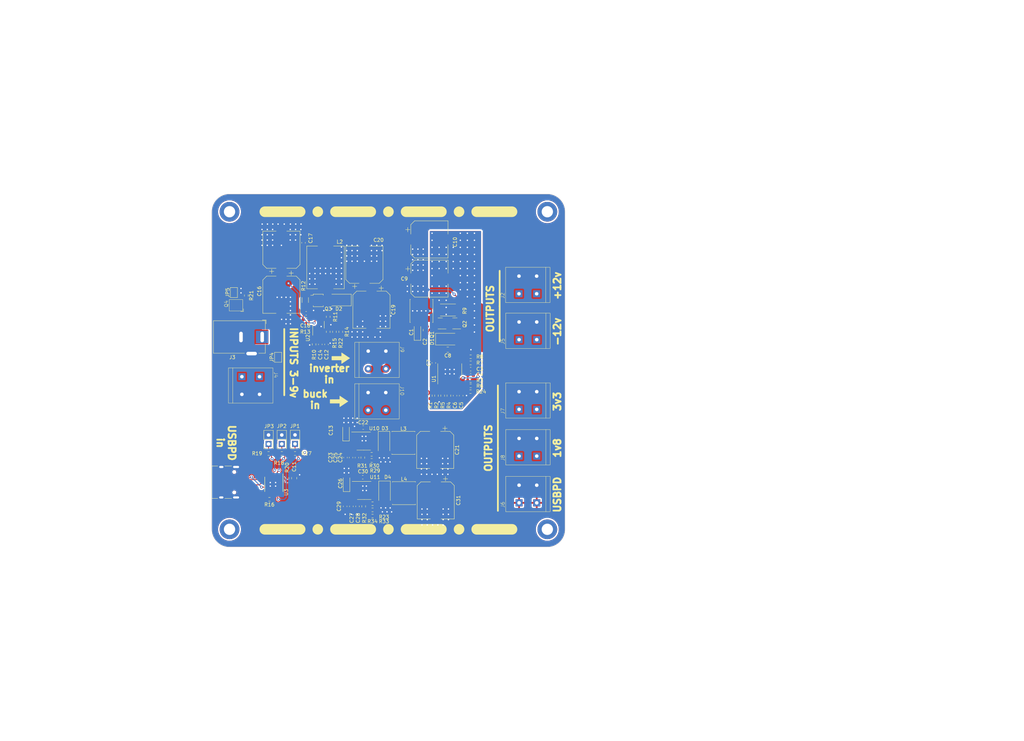
<source format=kicad_pcb>
(kicad_pcb (version 20221018) (generator pcbnew)
  (layers (0 "F.Cu" power) (31 "B.Cu" power) (34 "B.Paste" user) (35 "F.Paste" user) (36 "B.SilkS" user "B.Silkscreen") (37 "F.SilkS" user "F.Silkscreen") (38 "B.Mask" user) (39 "F.Mask" user) (44 "Edge.Cuts" user))
  (net 0 "")
  (net 6 "VUSB1")
  (net 7 "VDC1")
  (net 8 "VBoostIn")
  (net 9 "VBARREL")
  (net 10 "V9-12_B")
  (net 11 "V9-12")
  (net 12 "Net-(U3-VDD)")
  (net 13 "Net-(U3-VBUS)")
  (net 14 "Net-(U2-I_{SEN})")
  (net 15 "Net-(U2-FB)")
  (net 16 "Net-(U2-FA{slash}SD)")
  (net 17 "Net-(U2-COMP)")
  (net 18 "Net-(U11-VSENSE)")
  (net 19 "Net-(U11-SS)")
  (net 20 "Net-(U11-COMP)")
  (net 21 "Net-(U11-BOOT)")
  (net 22 "Net-(U10-VSENSE)")
  (net 23 "Net-(U10-SS)")
  (net 24 "Net-(U10-COMP)")
  (net 25 "Net-(U10-BOOT)")
  (net 26 "Net-(U1-UVLO)")
  (net 27 "Net-(U1-SS)")
  (net 28 "Net-(U1-RT{slash}SYNC)")
  (net 29 "Net-(U1-RAMP)")
  (net 30 "Net-(U1-FB)")
  (net 31 "Net-(U1-EN)")
  (net 32 "Net-(U1-DEMB)")
  (net 33 "Net-(U1-COMP)")
  (net 34 "Net-(R24-Pad1)")
  (net 35 "Net-(R23-Pad1)")
  (net 36 "Net-(R14-Pad2)")
  (net 37 "Net-(Q3-G)")
  (net 38 "Net-(Q2-S)")
  (net 39 "Net-(Q2-G)")
  (net 40 "Net-(Q1-S)")
  (net 41 "Net-(Q1-G)")
  (net 42 "Net-(JP5-A)")
  (net 43 "Net-(JP3-A)")
  (net 44 "Net-(JP2-A)")
  (net 45 "Net-(JP1-A)")
  (net 46 "Net-(D4-K)")
  (net 47 "Net-(D3-K)")
  (net 48 "Net-(D2-A)")
  (net 49 "Net-(D1-K)")
  (net 50 "Net-(D1-A)")
  (net 51 "Net-(C4-Pad1)")
  (net 52 "Net-(C28-Pad1)")
  (net 53 "Net-(C24-Pad1)")
  (net 54 "Net-(C14-Pad2)")
  (net 55 "GND")
  (net 56 "/USB_PD/DP")
  (net 57 "/USB_PD/DM")
  (net 58 "/USB_PD/CC2")
  (net 59 "/USB_PD/CC1")
  (net 60 "/BOOST/Isense")
  (net 61 "-12V")
  (net 62 "+3V3")
  (net 63 "+1V8")
  (net 64 "+12V")
  (footprint "Diode_SMD:D_SMA" (layer "F.Cu") (at 131.86 96.098959)
    (fp_text reference "D1")
    (fp_text value "SS54")
  )
  (footprint "MountingHole:MountingHole_3.2mm_M3_DIN965_Pad" (layer "F.Cu") (at 70 150)
    (fp_text reference "REF**" hide)
    (fp_text value "MountingHole_3.2mm_M3_DIN965_Pad" hide)
  )
  (footprint "Capacitor_SMD:C_0603_1608Metric" (layer "F.Cu") (at 104.416666 129.675 -90)
    (fp_text reference "C25")
    (fp_text value "10pF")
  )
  (footprint "Resistor_SMD:R_0603_1608Metric" (layer "F.Cu") (at 97.95 94.025 90)
    (fp_text reference "R15")
    (fp_text value "13k")
  )
  (footprint "Inductor_SMD:L_Sunlord_SWPA6045S" (layer "F.Cu") (at 119.4 139.75)
    (fp_text reference "L4")
    (fp_text value "C83454")
  )
  (footprint "Resistor_SMD:R_0603_1608Metric" (layer "F.Cu") (at 107.75 129.675 -90)
    (fp_text reference "R31")
    (fp_text value "22k")
  )
  (footprint "Package_SO:SOIC-8_3.9x4.9mm_P1.27mm" (layer "F.Cu") (at 108.15 139)
    (fp_text reference "U11")
    (fp_text value "TPS54331")
  )
  (footprint "Jumper:SolderJumper-2_P1.3mm_Bridged_Pad1.0x1.5mm" (layer "F.Cu") (at 71.25 82.9 90)
    (fp_text reference "JP5")
    (fp_text value "Jumper_Bridged")
  )
  (footprint "Resistor_SMD:R_0603_1608Metric" (layer "F.Cu") (at 81.05 128.5)
    (fp_text reference "R19")
    (fp_text value "10k")
  )
  (footprint "Capacitor_SMD:C_0603_1608Metric" (layer "F.Cu") (at 133.87 112.123959 -90)
    (fp_text reference "C6")
    (fp_text value "330p")
  )
  (footprint "PowerMOSFETs:XY119A-5.0-2P" (layer "F.Cu") (at 109.274999 99.5 -90)
    (fp_text reference "J9")
    (fp_text value "C784939")
  )
  (footprint "Capacitor_SMD:C_0603_1608Metric" (layer "F.Cu") (at 104.5 143.5 -90)
    (fp_text reference "C27")
    (fp_text value "10pF")
  )
  (footprint "Resistor_SMD:R_0603_1608Metric" (layer "F.Cu") (at 81.3 141.5)
    (fp_text reference "R16")
    (fp_text value "10k")
  )
  (footprint "Capacitor_SMD:C_0603_1608Metric" (layer "F.Cu") (at 102.75 143.5 -90)
    (fp_text reference "C29")
    (fp_text value "10nF")
  )
  (footprint "Capacitor_SMD:C_0603_1608Metric" (layer "F.Cu") (at 90.95 68.8 90)
    (fp_text reference "C17")
    (fp_text value "100nF")
  )
  (footprint "Resistor_SMD:R_0603_1608Metric" (layer "F.Cu") (at 86.3 135.5 -90)
    (fp_text reference "R20")
    (fp_text value "10k")
  )
  (footprint "PowerMOSFETs:XY119A-5.0-2P" (layer "F.Cu") (at 109.25 111.25 -90)
    (fp_text reference "J10")
    (fp_text value "C784939")
  )
  (footprint "Capacitor_SMD:C_0603_1608Metric" (layer "F.Cu") (at 106.083334 129.675 -90)
    (fp_text reference "C24")
    (fp_text value "1nF")
  )
  (footprint "Resistor_SMD:R_0603_1608Metric" (layer "F.Cu") (at 99.7 94.025 -90)
    (fp_text reference "R14")
    (fp_text value "100k")
  )
  (footprint "Capacitor_SMD:CP_Elec_10x10" (layer "F.Cu") (at 128.4 141.81 -90)
    (fp_text reference "C31")
    (fp_text value "220u")
  )
  (footprint "Diode_SMD:D_SMA" (layer "F.Cu") (at 113.9 139.84 -90)
    (fp_text reference "D4")
    (fp_text value "SS54")
  )
  (footprint "Inductor_SMD:L_Chilisin_BMRF00101040" (layer "F.Cu") (at 97.2 75.775 -90)
    (fp_text reference "L2")
    (fp_text value "C167228")
  )
  (footprint "Capacitor_SMD:C_0603_1608Metric" (layer "F.Cu") (at 127.86 102.848959 90)
    (fp_text reference "C7")
    (fp_text value "100n")
  )
  (footprint "Package_SO:HTSSOP-20-1EP_4.4x6.5mm_P0.65mm_EP2.85x4mm" (layer "F.Cu") (at 132.375 105.248959 90)
    (fp_text reference "U1")
    (fp_text value "LM5116")
  )
  (footprint "Resistor_SMD:R_1206_3216Metric" (layer "F.Cu") (at 91.45 85.025 90)
    (fp_text reference "R12")
    (fp_text value "4mOhm")
  )
  (footprint "Capacitor_SMD:C_0603_1608Metric" (layer "F.Cu") (at 138.285 106.303959 180)
    (fp_text reference "C4")
    (fp_text value "30p")
  )
  (footprint "Capacitor_SMD:C_0603_1608Metric" (layer "F.Cu") (at 107.725 135.25)
    (fp_text reference "C30")
    (fp_text value "100nF")
  )
  (footprint "Resistor_SMD:R_0603_1608Metric" (layer "F.Cu") (at 132.12 112.123959 90)
    (fp_text reference "R4")
    (fp_text value "1M")
  )
  (footprint "Resistor_SMD:R_2512_6332Metric" (layer "F.Cu") (at 131.86 87.848959 180)
    (fp_text reference "R9")
    (fp_text value "C620826")
  )
  (footprint "Capacitor_SMD:C_0603_1608Metric" (layer "F.Cu") (at 91.7 88.775)
    (fp_text reference "C18")
    (fp_text value "47pF")
  )
  (footprint "PowerMOSFETs:XY119A-5.0-2P" (layer "F.Cu") (at 157 96.249999 90)
    (fp_text reference "J5")
    (fp_text value "C784939")
  )
  (footprint "Connector_BarrelJack:BarrelJack_Horizontal" (layer "F.Cu") (at 79.25 95.5)
    (fp_text reference "J3")
    (fp_text value "Barrel_Jack")
  )
  (footprint "Resistor_SMD:R_0603_1608Metric" (layer "F.Cu") (at 97.95 89.775 90)
    (fp_text reference "R11")
    (fp_text value "2.2k")
  )
  (footprint "Connector_USB:USB_C_Receptacle_XKB_U262-16XN-4BVC11" (layer "F.Cu") (at 68.75 136.65 -90)
    (fp_text reference "J1" hide)
    (fp_text value "USB_C_Receptacle_USB2.0")
  )
  (footprint "Capacitor_Tantalum_SMD:CP_EIA-3216-18_Kemet-A" (layer "F.Cu") (at 103 122.65 90)
    (fp_text reference "C13")
    (fp_text value "10u")
  )
  (footprint "Resistor_SMD:R_0603_1608Metric" (layer "F.Cu") (at 138.285 109.348959 180)
    (fp_text reference "R6")
    (fp_text value "1.5k")
  )
  (footprint "Package_TO_SOT_SMD:SOT-23" (layer "F.Cu") (at 133.81 91.636459 180)
    (fp_text reference "Q2")
    (fp_text value "AO3480C")
  )
  (footprint "Capacitor_SMD:C_0603_1608Metric" (layer "F.Cu") (at 138.285 104.598959 180)
    (fp_text reference "C3")
    (fp_text value "12p")
  )
  (footprint "Resistor_SMD:R_0603_1608Metric" (layer "F.Cu") (at 138.25 111)
    (fp_text reference "R24")
    (fp_text value "1.2k")
  )
  (footprint "Capacitor_SMD:CP_Elec_10x10" (layer "F.Cu") (at 84.7 83.525 -90)
    (fp_text reference "C16")
    (fp_text value "220uF")
  )
  (footprint "PowerMOSFETs:XY119A-5.0-2P" (layer "F.Cu") (at 157 129.25 90)
    (fp_text reference "J8")
    (fp_text value "C784939")
  )
  (footprint "MountingHole:MountingHole_3.2mm_M3_DIN965_Pad" (layer "F.Cu") (at 70 60)
    (fp_text reference "REF**" hide)
    (fp_text value "MountingHole_3.2mm_M3_DIN965_Pad" hide)
  )
  (footprint "Resistor_SMD:R_0603_1608Metric" (layer "F.Cu") (at 128.61 112.123959 -90)
    (fp_text reference "R2")
    (fp_text value "1k")
  )
  (footprint "Capacitor_SMD:C_0603_1608Metric" (layer "F.Cu") (at 135.61 112.123959 -90)
    (fp_text reference "C5")
    (fp_text value "10n")
  )
  (footprint "Inductor_SMD:L_Sunlord_SWPA6045S" (layer "F.Cu") (at 124.36 88.098959 90)
    (fp_text reference "L1" hide)
    (fp_text value "C83454")
  )
  (footprint "Capacitor_Tantalum_SMD:CP_EIA-3216-18_Kemet-A" (layer "F.Cu") (at 123.2225 94.123959 90)
    (fp_text reference "C1")
    (fp_text value "10u")
  )
  (footprint "PowerMOSFETs:AP30P30Q" (layer "F.Cu") (at 73 87.5 90)
    (fp_text reference "Q4")
    (fp_text value "AP30P30Q")
  )
  (footprint "Connector_PinHeader_2.54mm:PinHeader_2x01_P2.54mm_Vertical" (layer "F.Cu") (at 84.8 125.815 90)
    (fp_text reference "JP2")
    (fp_text value "JP_O")
  )
  (footprint "Capacitor_SMD:C_0603_1608Metric" (layer "F.Cu") (at 106.25 143.5 -90)
    (fp_text reference "C28")
    (fp_text value "1nF")
  )
  (footprint "Capacitor_SMD:C_0805_2012Metric" (layer "F.Cu") (at 131.81 99.098959 180)
    (fp_text reference "C8")
    (fp_text value "1u")
  )
  (footprint "Resistor_SMD:R_0603_1608Metric" (layer "F.Cu") (at 110.5 144.5)
    (fp_text reference "R23")
    (fp_text value "100")
  )
  (footprint "MountingHole:MountingHole_3.2mm_M3_DIN965_Pad" (layer "F.Cu") (at 160 150)
    (fp_text reference "REF**" hide)
    (fp_text value "MountingHole_3.2mm_M3_DIN965_Pad" hide)
  )
  (footprint "Resistor_SMD:R_0603_1608Metric" (layer "F.Cu") (at 74.75 83.75 -90)
    (fp_text reference "R21")
    (fp_text value "100")
  )
  (footprint "Resistor_SMD:R_0603_1608Metric" (layer "F.Cu") (at 110.5 142.75)
    (fp_text reference "R34")
    (fp_text value "1.5k")
  )
  (footprint "Resistor_SMD:R_0603_1608Metric" (layer "F.Cu") (at 138.285 102.848959)
    (fp_text reference "R7")
    (fp_text value "510k")
  )
  (footprint "Capacitor_SMD:CP_Elec_10x10" (layer "F.Cu") (at 126.626041 78.948959)
    (fp_text reference "C9")
    (fp_text value "220u")
  )
  (footprint "PowerMOSFETs:XY119A-5.0-2P" (layer "F.Cu") (at 157 116 90)
    (fp_text reference "J7")
    (fp_text value "C784939")
  )
  (footprint "Package_TO_SOT_SMD:SOT-23" (layer "F.Cu") (at 129.6725 91.648959 180)
    (fp_text reference "Q1")
    (fp_text value "AO3480C")
  )
  (footprint "Package_SO:SOIC-8_3.9x4.9mm_P1.27mm" (layer "F.Cu") (at 108 125)
    (fp_text reference "U10")
    (fp_text value "TPS54331")
  )
  (footprint "Capacitor_SMD:C_0805_2012Metric" (layer "F.Cu") (at 88.3 135.5 90)
    (fp_text reference "C11")
    (fp_text value "1u")
  )
  (footprint "Diode_SMD:D_SMA" (layer "F.Cu") (at 100.95 85.025 180)
    (fp_text reference "D2")
    (fp_text value "ss54")
  )
  (footprint "Capacitor_SMD:C_0603_1608Metric" (layer "F.Cu") (at 102.833334 129.675 -90)
    (fp_text reference "C23")
    (fp_text value "10nF")
  )
  (footprint "Resistor_SMD:R_0603_1608Metric" (layer "F.Cu") (at 110.25 130.49 180)
    (fp_text reference "R29")
    (fp_text value "7.5k")
  )
  (footprint "Diode_SMD:D_SMA" (layer "F.Cu") (at 113.75 125.75 -90)
    (fp_text reference "D3")
    (fp_text value "SS54")
  )
  (footprint "Resistor_SMD:R_0603_1608Metric" (layer "F.Cu") (at 138.285 107.848959 180)
    (fp_text reference "R3")
    (fp_text value "24k")
  )
  (footprint "Resistor_SMD:R_0603_1608Metric" (layer "F.Cu") (at 84.8 128.5)
    (fp_text reference "R18")
    (fp_text value "10k")
  )
  (footprint "Resistor_SMD:R_0603_1608Metric" (layer "F.Cu") (at 138.285 101.098959)
    (fp_text reference "R8")
    (fp_text value "10k")
  )
  (footprint "Capacitor_SMD:C_0805_2012Metric" (layer "F.Cu") (at 125.57 93.548959 90)
    (fp_text reference "C2")
    (fp_text value "1u")
  )
  (footprint "Connector_PinHeader_2.54mm:PinHeader_2x01_P2.54mm_Vertical" (layer "F.Cu") (at 88.55 125.79 90)
    (fp_text reference "JP1")
    (fp_text value "JP_O")
  )
  (footprint "Resistor_SMD:R_0603_1608Metric" (layer "F.Cu") (at 110.25 128.75)
    (fp_text reference "R30")
    (fp_text value "2.4k")
  )
  (footprint "Capacitor_SMD:C_0603_1608Metric" (layer "F.Cu") (at 95.7 97.6 -90)
    (fp_text reference "C14")
    (fp_text value "100n")
  )
  (footprint "Resistor_SMD:R_0603_1608Metric" (layer "F.Cu") (at 88.55 128.5)
    (fp_text reference "R17")
    (fp_text value "10k")
  )
  (footprint "Package_TO_SOT_SMD:LFPAK33" (layer "F.Cu") (at 94.915 85.149)
    (fp_text reference "Q3")
    (fp_text value "NTTFS4C25NTWG")
  )
  (footprint "PowerMOSFETs:XY119A-5.0-2P" (layer "F.Cu") (at 73.5 106.75 -90)
    (fp_text reference "J4")
    (fp_text value "C784939")
  )
  (footprint "Resistor_SMD:R_0603_1608Metric" (layer "F.Cu") (at 101.5 94.025 -90)
    (fp_text reference "R22")
    (fp_text value "10k")
  )
  (footprint "Resistor_SMD:R_0603_1608Metric" (layer "F.Cu") (at 130.37 112.123959 -90)
    (fp_text reference "R5")
    (fp_text value "3k")
  )
  (footprint "Capacitor_SMD:CP_Elec_10x10" (layer "F.Cu") (at 128.25 127.5 -90)
    (fp_text reference "C21")
    (fp_text value "220u")
  )
  (footprint "Capacitor_SMD:CP_Elec_10x10" (layer "F.Cu") (at 126.61 67.848959)
    (fp_text reference "C10")
    (fp_text value "220u")
  )
  (footprint "Resistor_SMD:R_0603_1608Metric" (layer "F.Cu") (at 91.7 90.525 180)
    (fp_text reference "R13")
    (fp_text value "100")
  )
  (footprint "Inductor_SMD:L_Sunlord_SWPA6045S" (layer "F.Cu") (at 119.25 125.5)
    (fp_text reference "L3")
    (fp_text value "C83454")
  )
  (footprint "Resistor_SMD:R_0603_1608Metric" (layer "F.Cu") (at 126.86 112.123959 -90)
    (fp_text reference "R1")
    (fp_text value "8.2k")
  )
  (footprint "PowerMOSFETs:XY119A-5.0-2P" (layer "F.Cu") (at 157 142.5 90)
    (fp_text reference "J6")
    (fp_text value "C784939")
  )
  (footprint "PowerMOSFETs:XY119A-5.0-2P" (layer "F.Cu") (at 156.975009 83.249999 90)
    (fp_text reference "J2")
    (fp_text value "C784939")
  )
  (footprint "Connector_PinHeader_2.54mm:PinHeader_2x01_P2.54mm_Vertical" (layer "F.Cu") (at 81.05 125.815 90)
    (fp_text reference "JP3")
    (fp_text value "JP_O")
  )
  (footprint "Resistor_SMD:R_0603_1608Metric" (layer "F.Cu") (at 110.5 146.25 180)
    (fp_text reference "R33")
    (fp_text value "2k")
  )
  (footprint "Resistor_SMD:R_0603_1608Metric" (layer "F.Cu") (at 93.95 97.6 -90)
    (fp_text reference "R10")
    (fp_text value "1.2k")
  )
  (footprint "Capacitor_SMD:CP_Elec_10x10" (layer "F.Cu") (at 84.7 70.775 90)
    (fp_text reference "C15" hide)
    (fp_text value "220uF")
  )
  (footprint "Resistor_SMD:R_0603_1608Metric" (layer "F.Cu") (at 108 143.5 -90)
    (fp_text reference "R32")
    (fp_text value "22k")
  )
  (footprint "Capacitor_SMD:CP_Elec_10x10" (layer "F.Cu") (at 108.2 75.025 90)
    (fp_text reference "C20")
    (fp_text value "220uF")
  )
  (footprint "MountingHole:MountingHole_3.2mm_M3_DIN965_Pad" (layer "F.Cu") (at 160 60)
    (fp_text reference "REF**" hide)
    (fp_text value "MountingHole_3.2mm_M3_DIN965_Pad" hide)
  )
  (footprint "Capacitor_SMD:C_0603_1608Metric" (layer "F.Cu") (at 97.45 97.6 -90)
    (fp_text reference "C12")
    (fp_text value "4.7nF")
  )
  (footprint "Package_SO:VSSOP-8_3.0x3.0mm_P0.65mm" (layer "F.Cu") (at 95.2 92.025 90)
    (fp_text reference "U2")
    (fp_text value "LM3488")
  )
  (footprint "Capacitor_SMD:CP_Elec_10x10" (layer "F.Cu") (at 110.2 87.775 -90)
    (fp_text reference "C19")
    (fp_text value "220uF")
  )
  (footprint "Package_SO:SSOP-10_3.9x4.9mm_P1.00mm" (layer "F.Cu") (at 82.55 137.25 -90)
    (fp_text reference "U3")
    (fp_text value "CH224K")
  )
  (footprint "Capacitor_SMD:C_0603_1608Metric" (layer "F.Cu") (at 107.85 121.15)
    (fp_text reference "C22")
    (fp_text value "100nF")
  )
  (footprint "Jumper:SolderJumper-2_P1.3mm_Bridged_Pad1.0x1.5mm" (layer "F.Cu") (at 83.75 101.25 90)
    (fp_text reference "JP4")
    (fp_text value "Jumper_Bridged")
  )
  (footprint "Capacitor_Tantalum_SMD:CP_EIA-3216-18_Kemet-A" (layer "F.Cu") (at 103.15 137 90)
    (fp_text reference "C26")
    (fp_text value "10u")
  )
  (gr_line (start 85.5 112) (end 85.5 93.25) (stroke (width 0.5)) (layer "F.SilkS"))
  (gr_line (start 100 60) (end 110 60) (stroke (width 3)) (layer "F.SilkS"))
  (gr_line (start 120 150) (end 130 150) (stroke (width 3)) (layer "F.SilkS"))
  (gr_line (start 135 150) (end 135 150) (stroke (width 3)) (layer "F.SilkS"))
  (gr_line (start 146.5 86.75) (end 146.5 76.75) (stroke (width 0.5)) (layer "F.SilkS"))
  (gr_line (start 140 150) (end 150 150) (stroke (width 3)) (layer "F.SilkS"))
  (gr_line (start 95 60) (end 95 60) (stroke (width 3)) (layer "F.SilkS"))
  (gr_poly (pts (xy 98.5 114.25) (xy 98.5 113.25) (xy 101.25 113.25) (xy 101.25 112.25) (xy 103.5 113.75) (xy 101.25 115.25) (xy 101.25 114.25)) (stroke (width 0.15)) (fill solid) (layer "F.SilkS"))
  (gr_line (start 135 60) (end 135 60) (stroke (width 3)) (layer "F.SilkS"))
  (gr_line (start 146 127) (end 146 109.25) (stroke (width 0.5)) (layer "F.SilkS"))
  (gr_line (start 115 60) (end 115 60) (stroke (width 3)) (layer "F.SilkS"))
  (gr_line (start 120 60) (end 130 60) (stroke (width 3)) (layer "F.SilkS"))
  (gr_line (start 140 60) (end 150 60) (stroke (width 3)) (layer "F.SilkS"))
  (gr_line (start 100 150) (end 110 150) (stroke (width 3)) (layer "F.SilkS"))
  (gr_line (start 80 150) (end 90 150) (stroke (width 3)) (layer "F.SilkS"))
  (gr_line (start 115 150) (end 115 150) (stroke (width 3)) (layer "F.SilkS"))
  (gr_poly (pts (xy 99 102) (xy 99 101) (xy 101.75 101) (xy 101.75 100) (xy 104 101.5) (xy 101.75 103) (xy 101.75 102)) (stroke (width 0.15)) (fill solid) (layer "F.SilkS"))
  (gr_line (start 146.5 96.75) (end 146.5 86.75) (stroke (width 0.5)) (layer "F.SilkS"))
  (gr_line (start 80 60) (end 90 60) (stroke (width 3)) (layer "F.SilkS"))
  (gr_line (start 95 150) (end 95 150) (stroke (width 3)) (layer "F.SilkS"))
  (gr_line (start 146 144.75) (end 146 127) (stroke (width 0.5)) (layer "F.SilkS"))
  (gr_line (start 65 60) (end 65 150) (stroke (width 0.1)) (layer "Edge.Cuts"))
  (gr_arc (start 160 55) (mid 163.535534 56.464466) (end 165 60) (stroke (width 0.1)) (layer "Edge.Cuts"))
  (gr_line (start 165 150) (end 165 60) (stroke (width 0.1)) (layer "Edge.Cuts"))
  (gr_arc (start 165 150) (mid 163.535534 153.535534) (end 160 155) (stroke (width 0.1)) (layer "Edge.Cuts"))
  (gr_line (start 70 155) (end 160 155) (stroke (width 0.1)) (layer "Edge.Cuts"))
  (gr_line (start 160 55) (end 70 55) (stroke (width 0.1)) (layer "Edge.Cuts"))
  (gr_arc (start 70 155) (mid 66.464466 153.535534) (end 65 150) (stroke (width 0.1)) (layer "Edge.Cuts"))
  (gr_arc (start 65 60) (mid 66.464466 56.464466) (end 70 55) (stroke (width 0.1)) (layer "Edge.Cuts"))
  (gr_text "1v8" (at 164 129.95 90) (layer "F.SilkS") (effects (font (size 2 2) (thickness 0.5) bold) (justify left bottom)))
  (gr_text "+12v" (at 164 85.204761 90) (layer "F.SilkS") (effects (font (size 2 2) (thickness 0.5) bold) (justify left bottom)))
  (gr_text "OUTPUTS" (at 144.5 133.919048 90) (layer "F.SilkS") (effects (font (size 2 2) (thickness 0.5) bold) (justify left bottom)))
  (gr_text "USBPD\nin" (at 66.25 125.5 270) (layer "F.SilkS") (effects (font (size 2 2) (thickness 0.5) bold) (justify bottom)))
  (gr_text "INPUTS 3-9v" (at 87 92.5 270) (layer "F.SilkS") (effects (font (size 2 2) (thickness 0.5) bold) (justify left bottom)))
  (gr_text "-12v\n" (at 164 98.204762 90) (layer "F.SilkS") (effects (font (size 2 2) (thickness 0.5) bold) (justify left bottom)))
  (gr_text "USBPD" (at 164 145.5 90) (layer "F.SilkS") (effects (font (size 2 2) (thickness 0.5) bold) (justify left bottom)))
  (gr_text "buck\nin" (at 94.25 116) (layer "F.SilkS") (effects (font (size 2 2) (thickness 0.5) bold) (justify bottom)))
  (gr_text "3v3" (at 164 116.761905 90) (layer "F.SilkS") (effects (font (size 2 2) (thickness 0.5) bold) (justify left bottom)))
  (gr_text "OUTPUTS" (at 145 94.419047 90) (layer "F.SilkS") (effects (font (size 2 2) (thickness 0.5) bold) (justify left bottom)))
  (gr_text "inverter\nin" (at 98.25 108.75) (layer "F.SilkS") (effects (font (size 2 2) (thickness 0.5) bold) (justify bottom)))
  (via (at 91.25 128.25) (size 0.8) (drill 0.4) (layers "F.Cu" "B.Cu") (net 0))
  (segment (start 83.975 130.025) (end 83.5 130.5) (width 0.25) (layer "F.Cu") (net 6))
  (segment (start 83.975 128.5) (end 83.975 130.025) (width 0.25) (layer "F.Cu") (net 6))
  (segment (start 80.225 128.5) (end 80.225 130.475) (width 0.25) (layer "F.Cu") (net 6))
  (segment (start 87.725 129.775) (end 87 130.5) (width 0.25) (layer "F.Cu") (net 6))
  (segment (start 87.725 128.5) (end 87.725 129.775) (width 0.25) (layer "F.Cu") (net 6))
  (segment (start 74.75 84.575) (end 73.825 85.5) (width 0.5) (layer "F.Cu") (net 8))
  (segment (start 93.95 91.525) (end 94.225 91.25) (width 0.25) (layer "F.Cu") (net 8))
  (segment (start 73.825 85.5) (end 73.25 85.5) (width 0.5) (layer "F.Cu") (net 8))
  (segment (start 74.775 84.6) (end 76.8 84.6) (width 0.5) (layer "F.Cu") (net 8))
  (segment (start 94.225 91.25) (end 94.225 89.825) (width 0.25) (layer "F.Cu") (net 8))
  (segment (start 74.75 84.575) (end 74.775 84.6) (width 0.5) (layer "F.Cu") (net 8))
  (via (at 93.95 91.525) (size 0.8) (drill 0.4) (layers "F.Cu" "B.Cu") (net 8))
  (via (at 86.7 80.275) (size 0.8) (drill 0.4) (layers "F.Cu" "B.Cu") (net 8))
  (segment (start 89.5 88.825) (end 89.5 83.075) (width 0.25) (layer "B.Cu") (net 8))
  (segment (start 89.5 83.075) (end 86.7 80.275) (width 0.25) (layer "B.Cu") (net 8))
  (segment (start 93.95 91.525) (end 92.2 91.525) (width 0.25) (layer "B.Cu") (net 8))
  (segment (start 92.2 91.525) (end 89.5 88.825) (width 0.25) (layer "B.Cu") (net 8))
  (segment (start 105.675 138.365) (end 103.165 138.365) (width 0.6) (layer "F.Cu") (net 10))
  (segment (start 103.165 138.365) (end 103.15 138.35) (width 0.6) (layer "F.Cu") (net 10))
  (segment (start 105.525 124.365) (end 103.365 124.365) (width 0.6) (layer "F.Cu") (net 10))
  (segment (start 109.275002 104.6) (end 114.275009 104.599999) (width 2) (layer "F.Cu") (net 11))
  (segment (start 128.42 91.648959) (end 125.57 94.498959) (width 0.5) (layer "F.Cu") (net 11))
  (segment (start 126.61 114.623959) (end 125.86 113.873959) (width 0.25) (layer "F.Cu") (net 11))
  (segment (start 132.12 113.363959) (end 130.86 114.623959) (width 0.25) (layer "F.Cu") (net 11))
  (segment (start 114.275009 104.599999) (end 114.275009 104.42145) (width 2) (layer "F.Cu") (net 11))
  (segment (start 125.57 94.498959) (end 124.1975 94.498959) (width 0.5) (layer "F.Cu") (net 11))
  (segment (start 124.1975 94.498959) (end 123.2225 95.473959) (width 0.5) (layer "F.Cu") (net 11))
  (segment (start 125.52 94.548959) (end 125.57 94.498959) (width 0.5) (layer "F.Cu") (net 11))
  (segment (start 114.275009 104.42145) (end 123.2225 95.473959) (width 2) (layer "F.Cu") (net 11))
  (segment (start 132.12 112.948959) (end 132.12 113.363959) (width 0.25) (layer "F.Cu") (net 11))
  (segment (start 126.86 110.701459) (end 129.45 108.111459) (width 0.25) (layer "F.Cu") (net 11))
  (segment (start 125.86 112.298959) (end 126.86 111.298959) (width 0.25) (layer "F.Cu") (net 11))
  (segment (start 125.57 94.498959) (end 125.885 94.498959) (width 0.5) (layer "F.Cu") (net 11))
  (segment (start 125.86 113.873959) (end 125.86 112.298959) (width 0.25) (layer "F.Cu") (net 11))
  (segment (start 130.86 114.623959) (end 126.61 114.623959) (width 0.25) (layer "F.Cu") (net 11))
  (segment (start 126.86 111.298959) (end 126.86 110.701459) (width 0.25) (layer "F.Cu") (net 11))
  (segment (start 123.2225 95.473959) (end 123.2225 107.661459) (width 0.25) (layer "F.Cu") (net 11))
  (segment (start 123.2225 107.661459) (end 126.86 111.298959) (width 0.25) (layer "F.Cu") (net 11))
  (segment (start 128.735 91.648959) (end 128.42 91.648959) (width 0.5) (layer "F.Cu") (net 11))
  (segment (start 88.175 136.325) (end 88.3 136.45) (width 0.5) (layer "F.Cu") (net 12))
  (segment (start 86.3 136.325) (end 88.175 136.325) (width 0.5) (layer "F.Cu") (net 12))
  (segment (start 84.675 134.7) (end 86.3 136.325) (width 0.5) (layer "F.Cu") (net 12))
  (segment (start 84.55 134.7) (end 84.675 134.7) (width 0.5) (layer "F.Cu") (net 12))
  (segment (start 82.125 141.5) (end 82.55 141.075) (width 0.25) (layer "F.Cu") (net 13))
  (segment (start 82.55 141.075) (end 82.55 139.8) (width 0.25) (layer "F.Cu") (net 13))
  (segment (start 92.525 92.525) (end 94.225 94.225) (width 0.25) (layer "F.Cu") (net 14))
  (segment (start 92.525 90.525) (end 92.525 92.525) (width 0.25) (layer "F.Cu") (net 14))
  (segment (start 95.81538 95.275) (end 97.525 95.275) (width 0.25) (layer "F.Cu") (net 15))
  (segment (start 95.525 94.98462) (end 95.81538 95.275) (width 0.25) (layer "F.Cu") (net 15))
  (segment (start 99.6 93.2) (end 97.95 94.85) (width 0.25) (layer "F.Cu") (net 15))
  (segment (start 97.525 95.275) (end 97.95 94.85) (width 0.25) (layer "F.Cu") (net 15))
  (segment (start 95.525 94.98462) (end 95.525 94.225) (width 0.25) (layer "F.Cu") (net 15))
  (segment (start 99.7 93.2) (end 99.6 93.2) (width 0.25) (layer "F.Cu") (net 15))
  (segment (start 94.875 90.7) (end 95.45 91.275) (width 0.25) (layer "F.Cu") (net 16))
  (segment (start 97.275 91.275) (end 97.95 90.6) (width 0.25) (layer "F.Cu") (net 16))
  (segment (start 95.45 91.275) (end 97.275 91.275) (width 0.25) (layer "F.Cu") (net 16))
  (segment (start 94.875 89.825) (end 94.875 90.7) (width 0.25) (layer "F.Cu") (net 16))
  (segment (start 95.7 96.825) (end 95.875 96.65) (width 0.25) (layer "F.Cu") (net 17))
  (segment (start 94.875 96) (end 95.7 96.825) (width 0.25) (layer "F.Cu") (net 17))
  (segment (start 95.7 96.825) (end 97.45 96.825) (width 0.25) (layer "F.Cu") (net 17))
  (segment (start 94.875 94.225) (end 94.875 96) (width 0.25) (layer "F.Cu") (net 17))
  (segment (start 108.95 143.475) (end 108.95 145.525) (width 0.25) (layer "F.Cu") (net 18))
  (segment (start 109.675 142.75) (end 109.675 141.855) (width 0.25) (layer "F.Cu") (net 18))
  (segment (start 109.675 142.75) (end 108.95 143.475) (width 0.25) (layer "F.Cu") (net 18))
  (segment (start 109.675 141.855) (end 110.625 140.905) (width 0.25) (layer "F.Cu") (net 18))
  (segment (start 108.95 145.525) (end 109.675 146.25) (width 0.25) (layer "F.Cu") (net 18))
  (segment (start 102.75 142.725) (end 104.57 140.905) (width 0.25) (layer "F.Cu") (net 19))
  (segment (start 104.57 140.905) (end 105.675 140.905) (width 0.25) (layer "F.Cu") (net 19))
  (segment (start 105.275 141.95) (end 107.275 141.95) (width 0.25) (layer "F.Cu") (net 20))
  (segment (start 104.5 142.725) (end 105.275 141.95) (width 0.25) (layer "F.Cu") (net 20))
  (segment (start 108 142.675) (end 108 141.883249) (width 0.25) (layer "F.Cu") (net 20))
  (segment (start 107.275 141.95) (end 108 142.675) (width 0.25) (layer "F.Cu") (net 20))
  (segment (start 108 141.883249) (end 110.248249 139.635) (width 0.25) (layer "F.Cu") (net 20))
  (segment (start 110.248249 139.635) (end 110.625 139.635) (width 0.25) (layer "F.Cu") (net 20))
  (segment (start 105.675 137.095) (end 105.675 136.525) (width 0.25) (layer "F.Cu") (net 21))
  (segment (start 105.675 136.525) (end 106.95 135.25) (width 0.25) (layer "F.Cu") (net 21))
  (segment (start 109.425 127.955) (end 110.475 126.905) (width 0.25) (layer "F.Cu") (net 22))
  (segment (start 109.425 128.75) (end 109.425 130.49) (width 0.25) (layer "F.Cu") (net 22))
  (segment (start 109.425 128.75) (end 109.425 127.955) (width 0.25) (layer "F.Cu") (net 22))
  (segment (start 104.095 126.905) (end 105.525 126.905) (width 0.25) (layer "F.Cu") (net 23))
  (segment (start 102.833334 128.9) (end 102.833334 128.166666) (width 0.25) (layer "F.Cu") (net 23))
  (segment (start 102.833334 128.166666) (end 104.095 126.905) (width 0.25) (layer "F.Cu") (net 23))
  (segment (start 109.615 125.635) (end 110.475 125.635) (width 0.25) (layer "F.Cu") (net 24))
  (segment (start 107.75 128.85) (end 107.75 127.5) (width 0.25) (layer "F.Cu") (net 24))
  (segment (start 107.025 128.125) (end 107.75 128.85) (width 0.25) (layer "F.Cu") (net 24))
  (segment (start 104.416666 128.9) (end 105.191666 128.125) (width 0.25) (layer "F.Cu") (net 24))
  (segment (start 107.75 127.5) (end 109.615 125.635) (width 0.25) (layer "F.Cu") (net 24))
  (segment (start 105.191666 128.125) (end 107.025 128.125) (width 0.25) (layer "F.Cu") (net 24))
  (segment (start 105.525 123.095) (end 105.525 122.7) (width 0.25) (layer "F.Cu") (net 25))
  (segment (start 105.525 122.7) (end 107.075 121.15) (width 0.25) (layer "F.Cu") (net 25))
  (segment (start 128.61 111.298959) (end 128.51 111.298959) (width 0.25) (layer "F.Cu") (net 26))
  (segment (start 128.61 111.298959) (end 130.1 109.808959) (width 0.25) (layer "F.Cu") (net 26))
  (segment (start 128.51 111.298959) (end 126.86 112.948959) (width 0.25) (layer "F.Cu") (net 26))
  (segment (start 130.1 108.111459) (end 130.1 109.808959) (width 0.25) (layer "F.Cu") (net 26))
  (segment (start 134.160305 109.574459) (end 135.61 111.024154) (width 0.25) (layer "F.Cu") (net 27))
  (segment (start 133.85498 109.574459) (end 134.160305 109.574459) (width 0.25) (layer "F.Cu") (net 27))
  (segment (start 133.35 109.069479) (end 133.85498 109.574459) (width 0.25) (layer "F.Cu") (net 27))
  (segment (start 133.35 108.111459) (end 133.35 109.069479) (width 0.25) (layer "F.Cu") (net 27))
  (segment (start 135.61 111.024154) (end 135.61 111.348959) (width 0.25) (layer "F.Cu") (net 27))
  (segment (start 130.75 108.111459) (end 130.75 110.918959) (width 0.25) (layer "F.Cu") (net 28))
  (segment (start 130.75 110.918959) (end 130.37 111.298959) (width 0.25) (layer "F.Cu") (net 28))
  (segment (start 132.05 108.111459) (end 132.05 109.563959) (width 0.25) (layer "F.Cu") (net 29))
  (segment (start 133.835 111.348959) (end 132.05 109.563959) (width 0.25) (layer "F.Cu") (net 29))
  (segment (start 133.87 111.348959) (end 133.835 111.348959) (width 0.25) (layer "F.Cu") (net 29))
  (segment (start 135.71 109.598959) (end 134.821201 109.598959) (width 0.25) (layer "F.Cu") (net 30))
  (segment (start 134 108.8) (end 134 108.111459) (width 0.25) (layer "F.Cu") (net 30))
  (segment (start 137.51 106.303959) (end 137.51 104.598959) (width 0.25) (layer "F.Cu") (net 30))
  (segment (start 137.46 107.848959) (end 137.46 106.353959) (width 0.25) (layer "F.Cu") (net 30))
  (segment (start 134.346701 109.124459) (end 134.324459 109.124459) (width 0.25) (layer "F.Cu") (net 30))
  (segment (start 139.11 109.348959) (end 138.96 109.348959) (width 0.25) (layer "F.Cu") (net 30))
  (segment (start 134.821201 109.598959) (end 134.346701 109.124459) (width 0.25) (layer "F.Cu") (net 30))
  (segment (start 138.96 109.348959) (end 137.46 107.848959) (width 0.25) (layer "F.Cu") (net 30))
  (segment (start 137.46 106.353959) (end 137.51 106.303959) (width 0.25) (layer "F.Cu") (net 30))
  (segment (start 134.324459 109.124459) (end 134 108.8) (width 0.25) (layer "F.Cu") (net 30))
  (segment (start 137.46 107.848959) (end 135.71 109.598959) (width 0.25) (layer "F.Cu") (net 30))
  (segment (start 131.4 108.111459) (end 131.4 110.578959) (width 0.25) (layer "F.Cu") (net 31))
  (segment (start 131.4 110.578959) (end 132.12 111.298959) (width 0.25) (layer "F.Cu") (net 31))
  (segment (start 136.5875 101.098959) (end 135.3 102.386459) (width 0.25) (layer "F.Cu") (net 32))
  (segment (start 137.46 101.098959) (end 136.5875 101.098959) (width 0.25) (layer "F.Cu") (net 32))
  (segment (start 139.06 104.448959) (end 137.46 102.848959) (width 0.25) (layer "F.Cu") (net 33))
  (segment (start 139.06 104.598959) (end 139.06 104.448959) (width 0.25) (layer "F.Cu") (net 33))
  (segment (start 135.61 104.348959) (end 135.61 106.098959) (width 0.25) (layer "F.Cu") (net 33))
  (segment (start 134.65 107.058959) (end 134.65 108.111459) (width 0.25) (layer "F.Cu") (net 33))
  (segment (start 135.61 106.098959) (end 134.65 107.058959) (width 0.25) (layer "F.Cu") (net 33))
  (segment (start 137.11 102.848959) (end 135.61 104.348959) (width 0.25) (layer "F.Cu") (net 33))
  (segment (start 137.46 102.848959) (end 137.11 102.848959) (width 0.25) (layer "F.Cu") (net 33))
  (segment (start 137.425 109.383959) (end 137.46 109.348959) (width 0.25) (layer "F.Cu") (net 34))
  (segment (start 137.425 111) (end 137.425 109.383959) (width 0.25) (layer "F.Cu") (net 34))
  (segment (start 109.675 144.4) (end 111.325 142.75) (width 0.25) (layer "F.Cu") (net 35))
  (segment (start 109.675 144.5) (end 109.675 144.4) (width 0.25) (layer "F.Cu") (net 35))
  (segment (start 99.7 94.85) (end 99.85 94.85) (width 0.25) (layer "F.Cu") (net 36))
  (segment (start 99.7 94.85) (end 99.9 94.85) (width 0.25) (layer "F.Cu") (net 36))
  (segment (start 99.85 94.85) (end 101.5 93.2) (width 0.25) (layer "F.Cu") (net 36))
  (segment (start 93.38 86.124) (end 95.525 88.269) (width 0.25) (layer "F.Cu") (net 37))
  (segment (start 95.525 88.269) (end 95.525 89.825) (width 0.25) (layer "F.Cu") (net 37))
  (segment (start 134.65 101.558959) (end 136.61 99.598959) (width 0.25) (layer "F.Cu") (net 38))
  (segment (start 134.8225 90.611459) (end 134.7475 90.686459) (width 0.5) (layer "F.Cu") (net 38))
  (segment (start 136.61 99.598959) (end 136.61 92.548959) (width 0.25) (layer "F.Cu") (net 38))
  (segment (start 134.65 102.386459) (end 134.65 101.558959) (width 0.25) (layer "F.Cu") (net 38))
  (segment (start 136.61 92.548959) (end 134.7475 90.686459) (width 0.25) (layer "F.Cu") (net 38))
  (segment (start 134.8225 87.848959) (end 134.8225 90.611459) (width 0.5) (layer "F.Cu") (net 38))
  (segment (start 135.86 93.698959) (end 135.86 99.098959) (width 0.25) (layer "F.Cu") (net 39))
  (segment (start 132.7 101.459056) (end 132.7 102.386459) (width 0.25) (layer "F.Cu") (net 39))
  (segment (start 135.86 99.098959) (end 135.097299 99.86166) (width 0.25) (layer "F.Cu") (net 39))
  (segment (start 135.097299 99.86166) (end 134.297396 99.86166) (width 0.25) (layer "F.Cu") (net 39))
  (segment (start 134.297396 99.86166) (end 132.7 101.459056) (width 0.25) (layer "F.Cu") (net 39))
  (segment (start 134.7475 92.586459) (end 135.86 93.698959) (width 0.25) (layer "F.Cu") (net 39))
  (segment (start 132.8725 91.636459) (end 132.3975 91.636459) (width 0.5) (layer "F.Cu") (net 40))
  (segment (start 128.1725 102.386459) (end 127.86 102.073959) (width 0.25) (layer "F.Cu") (net 40))
  (segment (start 124.71 90.698959) (end 130.61 90.698959) (width 0.5) (layer "F.Cu") (net 40))
  (segment (start 132.3975 91.636459) (end 131.46 90.698959) (width 0.5) (layer "F.Cu") (net 40))
  (segment (start 130.61 91.189708) (end 127.36 94.439708) (width 0.25) (layer "F.Cu") (net 40))
  (segment (start 130.61 90.698959) (end 130.61 91.189708) (width 0.25) (layer "F.Cu") (net 40))
  (segment (start 131.46 90.698959) (end 130.61 90.698959) (width 0.5) (layer "F.Cu") (net 40))
  (segment (start 127.36 100.296459) (end 129.45 102.386459) (width 0.25) (layer "F.Cu") (net 40))
  (segment (start 127.36 94.439708) (end 127.36 100.296459) (width 0.25) (layer "F.Cu") (net 40))
  (segment (start 129.45 102.386459) (end 128.1725 102.386459) (width 0.25) (layer "F.Cu") (net 40))
  (segment (start 124.36 90.348959) (end 124.71 90.698959) (width 0.5) (layer "F.Cu") (net 40))
  (segment (start 130.1 101.588959) (end 130.1 102.386459) (width 0.25) (layer "F.Cu") (net 41))
  (segment (start 128.11 95.098959) (end 128.11 99.598959) (width 0.25) (layer "F.Cu") (net 41))
  (segment (start 128.11 99.598959) (end 130.1 101.588959) (width 0.25) (layer "F.Cu") (net 41))
  (segment (start 130.61 92.598959) (end 128.11 95.098959) (width 0.25) (layer "F.Cu") (net 41))
  (segment (start 71.25 83.55) (end 71.25 86.25) (width 1) (layer "F.Cu") (net 42))
  (segment (start 71.25 86.25) (end 71.5 86.5) (width 1) (layer "F.Cu") (net 42))
  (segment (start 81.05 127.675) (end 81.875 128.5) (width 0.25) (layer "F.Cu") (net 43))
  (segment (start 82.55 134.7) (end 82.55 133.5) (width 0.25) (layer "F.Cu") (net 43))
  (segment (start 82.55 133.5) (end 82.8 133.25) (width 0.25) (layer "F.Cu") (net 43))
  (segment (start 81.875 129.825) (end 82.05 130) (width 0.25) (layer "F.Cu") (net 43))
  (segment (start 81.05 125.815) (end 81.05 127.675) (width 0.25) (layer "F.Cu") (net 43))
  (segment (start 81.875 128.5) (end 81.875 129.825) (width 0.25) (layer "F.Cu") (net 43))
  (via (at 82.8 133.25) (size 0.8) (drill 0.4) (layers "F.Cu" "B.Cu") (net 43))
  (via (at 82.05 130) (size 0.8) (drill 0.4) (layers "F.Cu" "B.Cu") (net 43))
  (segment (start 82.8 130.75) (end 82.05 130) (width 0.25) (layer "B.Cu") (net 43))
  (segment (start 82.8 133.25) (end 82.8 130.75) (width 0.25) (layer "B.Cu") (net 43))
  (segment (start 84.8 127.675) (end 85.625 128.5) (width 0.25) (layer "F.Cu") (net 44))
  (segment (start 85.625 128.5) (end 85.625 129.675) (width 0.25) (layer "F.Cu") (net 44))
  (segment (start 84.8 125.815) (end 84.8 127.675) (width 0.25) (layer "F.Cu") (net 44))
  (segment (start 83.55 134.7) (end 83.55 133.75) (width 0.25) (layer "F.Cu") (net 44))
  (segment (start 83.55 133.75) (end 84.05 133.25) (width 0.25) (layer "F.Cu") (net 44))
  (segment (start 85.625 129.675) (end 85.3 130) (width 0.25) (layer "F.Cu") (net 44))
  (via (at 84.05 133.25) (size 0.8) (drill 0.4) (layers "F.Cu" "B.Cu") (net 44))
  (via (at 85.3 130) (size 0.8) (drill 0.4) (layers "F.Cu" "B.Cu") (net 44))
  (segment (start 84.05 131.25) (end 85.3 130) (width 0.25) (layer "B.Cu") (net 44))
  (segment (start 84.05 133.25) (end 84.05 131.25) (width 0.25) (layer "B.Cu") (net 44))
  (segment (start 88.55 127.675) (end 89.375 128.5) (width 0.25) (layer "F.Cu") (net 45))
  (segment (start 89.375 128.5) (end 89.375 129.825) (width 0.25) (layer "F.Cu") (net 45))
  (segment (start 83.55 139.8) (end 83.55 141.25) (width 0.25) (layer "F.Cu") (net 45))
  (segment (start 89.375 129.825) (end 89.55 130) (width 0.25) (layer "F.Cu") (net 45))
  (segment (start 83.55 141.25) (end 83.8 141.5) (width 0.25) (layer "F.Cu") (net 45))
  (segment (start 88.55 125.79) (end 88.55 127.675) (width 0.25) (layer "F.Cu") (net 45))
  (via (at 83.8 141.5) (size 0.8) (drill 0.4) (layers "F.Cu" "B.Cu") (net 45))
  (via (at 89.55 130) (size 0.8) (drill 0.4) (layers "F.Cu" "B.Cu") (net 45))
  (segment (start 86.05 133.5) (end 89.55 130) (width 0.25) (layer "B.Cu") (net 45))
  (segment (start 85.55 141.5) (end 86.05 141) (width 0.25) (layer "B.Cu") (net 45))
  (segment (start 86.05 141) (end 86.05 133.5) (width 0.25) (layer "B.Cu") (net 45))
  (segment (start 83.8 141.5) (end 85.55 141.5) (width 0.25) (layer "B.Cu") (net 45))
  (segment (start 113.9 137.84) (end 115.24 137.84) (width 0.6) (layer "F.Cu") (net 46))
  (segment (start 108.5 135.25) (end 108.78 135.25) (width 0.25) (layer "F.Cu") (net 46))
  (segment (start 115.24 137.84) (end 117.15 139.75) (width 0.6) (layer "F.Cu") (net 46))
  (segment (start 110.625 137.095) (end 113.155 137.095) (width 0.6) (layer "F.Cu") (net 46))
  (segment (start 108.78 135.25) (end 110.625 137.095) (width 0.25) (layer "F.Cu") (net 46))
  (segment (start 113.155 137.095) (end 113.9 137.84) (width 0.6) (layer "F.Cu") (net 46))
  (segment (start 113.095 123.095) (end 113.75 123.75) (width 0.6) (layer "F.Cu") (net 47))
  (segment (start 110.475 123.095) (end 113.095 123.095) (width 0.6) (layer "F.Cu") (net 47))
  (segment (start 108.625 121.245) (end 110.475 123.095) (width 0.25) (layer "F.Cu") (net 47))
  (segment (start 113.75 123.75) (end 115.25 123.75) (width 0.6) (layer "F.Cu") (net 47))
  (segment (start 108.625 121.15) (end 108.625 121.245) (width 0.25) (layer "F.Cu") (net 47))
  (segment (start 115.25 123.75) (end 117 125.5) (width 0.6) (layer "F.Cu") (net 47))
  (segment (start 97.2 83.275) (end 98.95 85.025) (width 1) (layer "F.Cu") (net 48))
  (segment (start 97.2 80.525) (end 97.2 83.275) (width 1) (layer "F.Cu") (net 48))
  (segment (start 98.826 85.149) (end 98.95 85.025) (width 1) (layer "F.Cu") (net 48))
  (segment (start 95.32 85.149) (end 98.826 85.149) (width 1) (layer "F.Cu") (net 48))
  (segment (start 130.75 103.075) (end 130.376041 103.448959) (width 0.25) (layer "F.Cu") (net 49))
  (segment (start 130.75 102.386459) (end 130.75 101.238959) (width 0.25) (layer "F.Cu") (net 49))
  (segment (start 130.75 101.238959) (end 129.86 100.348959) (width 0.25) (layer "F.Cu") (net 49))
  (segment (start 130.75 102.386459) (end 130.75 103.075) (width 0.25) (layer "F.Cu") (net 49))
  (segment (start 128.035 103.448959) (end 127.86 103.623959) (width 0.25) (layer "F.Cu") (net 49))
  (segment (start 129.86 100.348959) (end 129.86 96.098959) (width 0.25) (layer "F.Cu") (net 49))
  (segment (start 130.376041 103.448959) (end 128.035 103.448959) (width 0.25) (layer "F.Cu") (net 49))
  (segment (start 132.05 102.386459) (end 132.125 102.311459) (width 0.25) (layer "F.Cu") (net 50))
  (segment (start 132.76 99.098959) (end 132.76 97.198959) (width 0.25) (layer "F.Cu") (net 50))
  (segment (start 132.05 102.386459) (end 132.05 99.808959) (width 0.25) (layer "F.Cu") (net 50))
  (segment (start 132.05 99.808959) (end 132.76 99.098959) (width 0.25) (layer "F.Cu") (net 50))
  (segment (start 132.76 97.198959) (end 133.86 96.098959) (width 0.25) (layer "F.Cu") (net 50))
  (segment (start 139.835 105.528959) (end 139.06 106.303959) (width 0.25) (layer "F.Cu") (net 51))
  (segment (start 139.11 102.848959) (end 139.835 103.573959) (width 0.25) (layer "F.Cu") (net 51))
  (segment (start 139.835 103.573959) (end 139.835 105.528959) (width 0.25) (layer "F.Cu") (net 51))
  (segment (start 106.25 142.725) (end 106.4 142.725) (width 0.25) (layer "F.Cu") (net 52))
  (segment (start 106.4 142.725) (end 108 144.325) (width 0.25) (layer "F.Cu") (net 52))
  (segment (start 106.083334 128.9) (end 106.15 128.9) (width 0.25) (layer "F.Cu") (net 53))
  (segment (start 106.15 128.9) (end 107.75 130.5) (width 0.25) (layer "F.Cu") (net 53))
  (segment (start 94.1 96.775) (end 95.7 98.375) (width 0.25) (layer "F.Cu") (net 54))
  (segment (start 93.95 96.775) (end 94.1 96.775) (width 0.25) (layer "F.Cu") (net 54))
  (segment (start 93.35 98.425) (end 92.7 97.775) (width 0.25) (layer "F.Cu") (net 55))
  (segment (start 140.36 106.698959) (end 140.36 106.848959) (width 0.25) (layer "F.Cu") (net 55))
  (segment (start 123.37 92.598959) (end 123.32 92.648959) (width 0.5) (layer "F.Cu") (net 55))
  (segment (start 97.95 93.2) (end 97.95 92.775) (width 0.25) (layer "F.Cu") (net 55))
  (segment (start 67.675 132.33) (end 71.855 132.33) (width 0.5) (layer "F.Cu") (net 55))
  (segment (start 97.95 92.775) (end 98.7 92.025) (width 0.25) (layer "F.Cu") (net 55))
  (segment (start 135.3 108.111459) (end 135.5975 108.111459) (width 0.25) (layer "F.Cu") (net 55))
  (segment (start 89.85 134.55) (end 88.3 134.55) (width 0.5) (layer "F.Cu") (net 55))
  (segment (start 96.175 88.55) (end 96.7 88.025) (width 0.25) (layer "F.Cu") (net 55))
  (segment (start 134.36 84.067372) (end 134.328413 84.067372) (width 0.25) (layer "F.Cu") (net 55))
  (segment (start 137.36 87.067372) (end 137.36 97.073654) (width 0.25) (layer "F.Cu") (net 55))
  (segment (start 93.95 98.425) (end 93.35 98.425) (width 0.25) (layer "F.Cu") (net 55))
  (segment (start 134.36 84.067372) (end 137.36 87.067372) (width 0.25) (layer "F.Cu") (net 55))
  (segment (start 72.42 139.85) (end 72.42 140.405) (width 0.5) (layer "F.Cu") (net 55))
  (segment (start 111.325 144.5) (end 112.75 144.5) (width 0.25) (layer "F.Cu") (net 55))
  (segment (start 136.11 107.598959) (end 136.11 107.098959) (width 0.25) (layer "F.Cu") (net 55))
  (segment (start 98.5 97.325) (end 97.45 98.375) (width 0.25) (layer "F.Cu") (net 55))
  (segment (start 71.855 132.33) (end 71.855 132.885) (width 0.5) (layer "F.Cu") (net 55))
  (segment (start 139.86 107.848959) (end 140.36 107.348959) (width 0.25) (layer "F.Cu") (net 55))
  (segment (start 93 88.775) (end 93.8 87.975) (width 0.25) (layer "F.Cu") (net 55))
  (segment (start 98.95 87.525) (end 98.95 87.95) (width 0.25) (layer "F.Cu") (net 55))
  (segment (start 96.175 89.825) (end 96.175 88.55) (width 0.25) (layer "F.Cu") (net 55))
  (segment (start 98.5 97.25) (end 98.5 97.325) (width 0.25) (layer "F.Cu") (net 55))
  (segment (start 96.175 92.75) (end 95.95 92.525) (width 0.25) (layer "F.Cu") (net 55))
  (segment (start 125.81 92.598959) (end 125.86 92.548959) (width 0.5) (layer "F.Cu") (net 55))
  (segment (start 92.475 88.775) (end 93 88.775) (width 0.25) (layer "F.Cu") (net 55))
  (segment (start 140.36 100.073654) (end 140.36 106.698959) (width 0.25) (layer "F.Cu") (net 55))
  (segment (start 71.855 132.885) (end 72.42 133.45) (width 0.5) (layer "F.Cu") (net 55))
  (segment (start 139.11 107.848959) (end 139.86 107.848959) (width 0.25) (layer "F.Cu") (net 55))
  (segment (start 112.75 144.5) (end 113.3 145.05) (width 0.25) (layer "F.Cu") (net 55))
  (segment (start 135.5975 108.111459) (end 136.11 107.598959) (width 0.25) (layer "F.Cu") (net 55))
  (segment (start 96.175 94.225) (end 96.175 92.75) (width 0.25) (layer "F.Cu") (net 55))
  (segment (start 140.36 107.348959) (end 140.36 106.848959) (width 0.25) (layer "F.Cu") (net 55))
  (segment (start 137.36 97.073654) (end 140.36 100.073654) (width 0.25) (layer "F.Cu") (net 55))
  (segment (start 67.675 140.97) (end 71.855 140.97) (width 0.5) (layer "F.Cu") (net 55))
  (segment (start 98.95 87.95) (end 97.95 88.95) (width 0.25) (layer "F.Cu") (net 55))
  (segment (start 134.328413 84.067372) (end 133.61 83.348959) (width 0.25) (layer "F.Cu") (net 55))
  (segment (start 72.42 140.405) (end 71.855 140.97) (width 0.5) (layer "F.Cu") (net 55))
  (via (at 124.35 131.4) (size 0.8) (drill 0.4) (layers "F.Cu" "B.Cu") (net 55))
  (via (at 110.2 71.025) (size 0.8) (drill 0.4) (layers "F.Cu" "B.Cu") (net 55))
  (via (at 98.7 76.025) (size 0.8) (drill 0.4) (layers "F.Cu" "B.Cu") (net 55))
  (via (at 104.7 69.525) (size 0.8) (drill 0.4) (layers "F.Cu" "B.Cu") (net 55))
  (via (at 114.2 92.525) (size 0.8) (drill 0.4) (layers "F.Cu" "B.Cu") (net 55))
  (via (at 98.7 92.025) (size 0.8) (drill 0.4) (layers "F.Cu" "B.Cu") (net 55))
  (via (at 88.7 66.525) (size 0.8) (drill 0.4) (layers "F.Cu" "B.Cu") (net 55))
  (via (at 101.7 73.025) (size 0.8) (drill 0.4) (layers "F.Cu" "B.Cu") (net 55))
  (via (at 104.7 71.025) (size 0.8) (drill 0.4) (layers "F.Cu" "B.Cu") (net 55))
  (via (at 130.5 144.25) (size 0.8) (drill 0.4) (layers "F.Cu" "B.Cu") (net 55))
  (via (at 124.36 88.098959) (size 0.8) (drill 0.4) (layers "F.Cu" "B.Cu") (net 55))
  (via (at 131.85 132.9) (size 0.8) (drill 0.4) (layers "F.Cu" "B.Cu") (net 55))
  (via (at 89.85 134.55) (size 0.8) (drill 0.4) (layers "F.Cu" "B.Cu") (net 55))
  (via (at 104.7 74.025) (size 0.8) (drill 0.4) (layers "F.Cu" "B.Cu") (net 55))
  (via (at 124.86 82.598959) (size 0.8) (drill 0.4) (layers "F.Cu" "B.Cu") (net 55))
  (via (at 92.7 79.025) (size 0.8) (drill 0.4) (layers "F.Cu" "B.Cu") (net 55))
  (via (at 82.2 65.025) (size 0.8) (drill 0.4) (layers "F.Cu" "B.Cu") (net 55))
  (via (at 85.5 63.5) (size 0.8) (drill 0.4) (layers "F.Cu" "B.Cu") (net 55))
  (via (at 101.7 74.525) (size 0.8) (drill 0.4) (layers "F.Cu" "B.Cu") (net 55))
  (via (at 110.2 74.025) (size 0.8) (drill 0.4) (layers "F.Cu" "B.Cu") (net 55))
  (via (at 102.5 134) (size 0.8) (drill 0.4) (layers "F.Cu" "B.Cu") (net 55))
  (via (at 109.2 95.525) (size 0.8) (drill 0.4) (layers "F.Cu" "B.Cu") (net 55))
  (via (at 124.86 72.098959) (size 0.8) (drill 0.4) (layers "F.Cu" "B.Cu") (net 55))
  (via (at 82.2 68.025) (size 0.8) (drill 0.4) (layers "F.Cu" "B.Cu") (net 55))
  (via (at 110.2 72.525) (size 0.8) (drill 0.4) (layers "F.Cu" "B.Cu") (net 55))
  (via (at 121.86 73.598959) (size 0.8) (drill 0.4) (layers "F.Cu" "B.Cu") (net 55))
  (via (at 106.25 145.75) (size 0.8) (drill 0.4) (layers "F.Cu" "B.Cu") (net 55))
  (via (at 84.75 90.5) (size 0.8) (drill 0.4) (layers "F.Cu" "B.Cu") (net 55))
  (via (at 130.35 131.4) (size 0.8) (drill 0.4) (layers "F.Cu" "B.Cu") (net 55))
  (via (at 132 145.75) (size 0.8) (drill 0.4) (layers "F.Cu" "B.Cu") (net 55))
  (via (at 125.61 88.098959) (size 0.8) (drill 0.4) (layers "F.Cu" "B.Cu") (net 55))
  (via (at 130.35 134.4) (size 0.8) (drill 0.4) (layers "F.Cu" "B.Cu") (net 55))
  (via (at 123.36 82.598959) (size 0.8) (drill 0.4) (layers "F.Cu" "B.Cu") (net 55))
  (via (at 131.85 131.4) (size 0.8) (drill 0.4) (layers "F.Cu" "B.Cu") (net 55))
  (via (at 111.7 71.025) (size 0.8) (drill 0.4) (layers "F.Cu" "B.Cu") (net 55))
  (via (at 106.2 94.025) (size 0.8) (drill 0.4) (layers "F.Cu" "B.Cu") (net 55))
  (via (at 79.2 69.525) (size 0.8) (drill 0.4) (layers "F.Cu" "B.Cu") (net 55))
  (via (at 98.5 97.25) (size 0.8) (drill 0.4) (layers "F.Cu" "B.Cu") (net 55))
  (via (at 87.25 91.75) (size 0.8) (drill 0.4) (layers "F.Cu" "B.Cu") (net 55))
  (via (at 104.7 72.525) (size 0.8) (drill 0.4) (layers "F.Cu" "B.Cu") (net 55))
  (via (at 106.2 95.525) (size 0.8) (drill 0.4) (layers "F.Cu" "B.Cu") (net 55))
  (via (at 131.85 129.9) (size 0.8) (drill 0.4) (layers "F.Cu" "B.Cu") (net 55))
  (via (at 111.7 72.525) (size 0.8) (drill 0.4) (layers "F.Cu" "B.Cu") (net 55))
  (via (at 125.85 129.9) (size 0.8) (drill 0.4) (layers "F.Cu" "B.Cu") (net 55))
  (via (at 73.25 83) (size 0.8) (drill 0.4) (layers "F.Cu" "B.Cu") (net 55))
  (via (at 121.86 88.098959) (size 0.8) (drill 0.4) (layers "F.Cu" "B.Cu") (net 55))
  (via (at 101.7 70.025) (size 0.8) (drill 0.4) (layers "F.Cu" "B.Cu") (net 55))
  (via (at 87.2 66.525) (size 0.8) (drill 0.4) (layers "F.Cu" "B.Cu") (net 55))
  (via (at 115.05 129.7655) (size 0.8) (drill 0.4) (layers "F.Cu" "B.Cu") (net 55))
  (via (at 100.2 77.525) (size 0.8) (drill 0.4) (layers "F.Cu" "B.Cu") (net 55))
  (via (at 108.75 137.75) (size 0.8) (drill 0.4) (layers "F.Cu" "B.Cu") (net 55))
  (via (at 87.2 68.025) (size 0.8) (drill 0.4) (layers "F.Cu" "B.Cu") (net 55))
  (via (at 126 144.25) (size 0.8) (drill 0.4) (layers "F.Cu" "B.Cu") (net 55))
  (via (at 101.7 80.525) (size 0.8) (drill 0.4) (layers "F.Cu" "B.Cu") (net 55))
  (via (at 126 148.75) (size 0.8) (drill 0.4) (layers "F.Cu" "B.Cu") (net 55))
  (via (at 90.25 63.5) (size 0.8) (drill 0.4) (layers "F.Cu" "B.Cu") (net 55))
  (via (at 123.36 70.598959) (size 0.8) (drill 0.4) (layers "F.Cu" "B.Cu") (net 55))
  (via (at 80.7 65.025) (size 0.8) (drill 0.4) (layers "F.Cu" "B.Cu") (net 55))
  (via (at 132 144.25) (size 0.8) (drill 0.4) (layers "F.Cu" "B.Cu") (net 55))
  (via (at 95.7 76.025) (size 0.8) (drill 0.4) (layers "F.Cu" "B.Cu") (net 55))
  (via (at 133.61 83.348959) (size 0.8) (drill 0.4) (layers "F.Cu" "B.Cu") (net 55))
  (via (at 108.6 124.9) (size 0.8) (drill 0.4) (layers "F.Cu" "B.Cu") (net 55))
  (via (at 94.2 80.525) (size 0.8) (drill 0.4) (layers "F.Cu" "B.Cu") (net 55))
  (via (at 124.35 132.9) (size 0.8) (drill 0.4) (layers "F.Cu" "B.Cu") (net 55))
  (via (at 83.5 84.25) (size 0.8) (drill 0.4) (layers "F.Cu" "B.Cu") (net 55))
  (via (at 82.25 63.5) (size 0.8) (drill 0.4) (layers "F.Cu" "B.Cu") (net 55))
  (via (at 106.15 118.5) (size 0.8) (drill 0.4) (layers "F.Cu" "B.Cu") (net 55))
  (via (at 96.7 88.025) (size 0.8) (drill 0.4) (layers "F.Cu" "B.Cu") (net 55))
  (via (at 130.5 147.25) (size 0.8) (drill 0.4) (layers "F.Cu" "B.Cu") (net 55))
  (via (at 107.75 137.75) (size 0.8) (drill 0.4) (layers "F.Cu" "B.Cu") (net 55))
  (via (at 123.36 81.098959) (size 0.8) (drill 0.4) (layers "F.Cu" "B.Cu") (net 55))
  (via (at 82.2 69.525) (size 0.8) (drill 0.4) (layers "F.Cu" "B.Cu") (net 55))
  (via (at 103.2 72.525) (size 0.8) (drill 0.4) (layers "F.Cu" "B.Cu") (net 55))
  (via (at 79.25 63.5) (size 0.8) (drill 0.4) (layers "F.Cu" "B.Cu") (net 55))
  (via (at 107.75 139) (size 0.8) (drill 0.4) (layers "F.Cu" "B.Cu") (net 55))
  (via (at 124.86 76.598959) (size 0.8) (drill 0.4) (layers "F.Cu" "B.Cu") (net 55))
  (via (at 130.5 148.75) (size 0.8) (drill 0.4) (layers "F.Cu" "B.Cu") (net 55))
  (via (at 126 147.25) (size 0.8) (drill 0.4) (layers "F.Cu" "B.Cu") (net 55))
  (via (at 104.9 119.75) (size 0.8) (drill 0.4) (layers "F.Cu" "B.Cu") (net 55))
  (via (at 111.7 69.525) (size 0.8) (drill 0.4) (layers "F.Cu" "B.Cu") (net 55))
  (via (at 104.9 118.5) (size 0.8) (drill 0.4) (layers "F.Cu" "B.Cu") (net 55))
  (via (at 87.25 90.5) (size 0.8) (drill 0.4) (layers "F.Cu" "B.Cu") (net 55))
  (via (at 83.05 136.75) (size 0.8) (drill 0.4) (layers "F.Cu" "B.Cu") (net 55))
  (via (at 115.7 89.525) (size 0.8) (drill 0.4) (layers "F.Cu" "B.Cu") (net 55))
  (via (at 120.36 81.098959) (size 0.8) (drill 0.4) (layers "F.Cu" "B.Cu") (net 55))
  (via (at 112.9 143.9155) (size 0.8) (drill 0.4) (layers "F.Cu" "B.Cu") (net 55))
  (via (at 112.45 129.75) (size 0.8) (drill 0.4) (layers "F.Cu" "B.Cu") (net 55))
  (via (at 84.75 84.25) (size 0.8) (drill 0.4) (layers "F.Cu" "B.Cu") (net 55))
  (via (at 106.2 69.525) (size 0.8) (drill 0.4) (layers "F.Cu" "B.Cu") (net 55))
  (via (at 115.9 145.0655) (size 0.8) (drill 0.4) (layers "F.Cu" "B.Cu") (net 55))
  (via (at 126.75 88.098959) (size 0.8) (drill 0.4) (layers "F.Cu" "B.Cu") (net 55))
  (via (at 115.5 143.931) (size 0.8) (drill 0.4) (layers "F.Cu" "B.Cu") (net 55))
  (via (at 106.15 119.75) (size 0.8) (drill 0.4) (layers "F.Cu" "B.Cu") (net 55))
  (via (at 140.36 106.698959) (size 0.8) (drill 0.4) (layers "F.Cu" "B.Cu") (net 55))
  (via (at 87.2 65.025) (size 0.8) (drill 0.4) (layers "F.Cu" "B.Cu") (net 55))
  (via (at 124.35 134.4) (size 0.8) (drill 0.4) (layers "F.Cu" "B.Cu") (net 55))
  (via (at 113.3 145.05) (size 0.8) (drill 0.4) (layers "F.Cu" "B.Cu") (net 55))
  (via (at 112.7 89.525) (size 0.8) (drill 0.4) (layers "F.Cu" "B.Cu") (net 55))
  (via (at 112.7 94.025) (size 0.8) (drill 0.4) (layers "F.Cu" "B.Cu") (net 55))
  (via (at 124.35 129.9) (size 0.8) (drill 0.4) (layers "F.Cu" "B.Cu") (net 55))
  (via (at 80.7 66.525) (size 0.8) (drill 0.4) (layers "F.Cu" "B.Cu") (net 55))
  (via (at 80.7 69.525) (size 0.8) (drill 0.4) (layers "F.Cu" "B.Cu") (net 55))
  (via (at 113.2 71.025) (size 0.8) (drill 0.4) (layers "F.Cu" "B.Cu") (net 55))
  (via (at 106.2 92.525) (size 0.8) (drill 0.4) (layers "F.Cu" "B.Cu") (net 55))
  (via (at 130.5 145.75) (size 0.8) (drill 0.4) (layers "F.Cu" "B.Cu") (net 55))
  (via (at 103.75 134) (size 0.8) (drill 0.4) (layers "F.Cu" "B.Cu") (net 55))
  (via (at 123.11 88.098959) (size 0.8) (drill 0.4) (layers "F.Cu" "B.Cu") (net 55))
  (via (at 86 91.75) (size 0.8) (drill 0.4) (layers "F.Cu" "B.Cu") (net 55))
  (via (at 125.85 131.4) (size 0.8) (drill 0.4) (layers "F.Cu" "B.Cu") (net 55))
  (via (at 83.05 137.75) (size 0.8) (drill 0.4) (layers "F.Cu" "B.Cu") (net 55))
  (via (at 93.8 87.975) (size 0.8) (drill 0.4) (layers "F.Cu" "B.Cu") (net 55))
  (via (at 82.2 66.525) (size 0.8) (drill 0.4) (layers "F.Cu" "B.Cu") (net 55))
  (via (at 124.5 145.75) (size 0.8) (drill 0.4) (layers "F.Cu" "B.Cu") (net 55))
  (via (at 121.86 70.598959) (size 0.8) (drill 0.4) (layers "F.Cu" "B.Cu") (net 55))
  (via (at 87.25 86.75) (size 0.8) (drill 0.4) (layers "F.Cu" "B.Cu") (net 55))
  (via (at 124.86 73.598959) (size 0.8) (drill 0.4) (layers "F.Cu" "B.Cu") (net 55))
  (via (at 86 90.5) (size 0.8) (drill 0.4) (layers "F.Cu" "B.Cu") (net 55))
  (via (at 98.7 77.525) (size 0.8) (drill 0.4) (layers "F.Cu" "B.Cu") (net 55))
  (via (at 83.75 63.5) (size 0.8) (drill 0.4) (layers "F.Cu" "B.Cu") (net 55))
  (via (at 87.25 89.25) (size 0.8) (drill 0.4) (layers "F.Cu" "B.Cu") (net 55))
  (via (at 113.75 129.75) (size 0.8) (drill 0.4) (layers "F.Cu" "B.Cu") (net 55))
  (via (at 90.2 66.525) (size 0.8) (drill 0.4) (layers "F.Cu" "B.Cu") (net 55))
  (via (at 79.2 66.525) (size 0.8) (drill 0.4) (layers "F.Cu" "B.Cu") (net 55))
  (via (at 132 147.25) (size 0.8) (drill 0.4) (layers "F.Cu" "B.Cu") (net 55))
  (via (at 127.5 148.75) (size 0.8) (drill 0.4) (layers "F.Cu" "B.Cu") (net 55))
  (via (at 103.2 71.025) (size 0.8) (drill 0.4) (layers "F.Cu" "B.Cu") (net 55))
  (via (at 103.65 118.5) (size 0.8) (drill 0.4) (layers "F.Cu" "B.Cu") (net 55))
  (via (at 121.86 82.598959) (size 0.8) (drill 0.4) (layers "F.Cu" "B.Cu") (net 55))
  (via (at 112.7 91.025) (size 0.8) (drill 0.4) (layers "F.Cu" "B.Cu") (net 55))
  (via (at 128.85 134.4) (size 0.8) (drill 0.4) (layers "F.Cu" "B.Cu") (net 55))
  (via (at 112.85 130.8845) (size 0.8) (drill 0.4) (layers "F.Cu" "B.Cu") (net 55))
  (via (at 121.86 81.098959) (size 0.8) (drill 0.4) (layers "F.Cu" "B.Cu") (net 55))
  (via (at 81.55 137.75) (size 0.8) (drill 0.4) (layers "F.Cu" "B.Cu") (net 55))
  (via (at 114.2 143.9155) (size 0.8) (drill 0.4) (layers "F.Cu" "B.Cu") (net 55))
  (via (at 103.65 119.75) (size 0.8) (drill 0.4) (layers "F.Cu" "B.Cu") (net 55))
  (via (at 95.95 92.525) (size 0.8) (drill 0.4) (layers "F.Cu" "B.Cu") (net 55))
  (via (at 97.2 77.525) (size 0.8) (drill 0.4) (layers "F.Cu" "B.Cu") (net 55))
  (via (at 92.7 97.775) (size 0.8) (drill 0.4) (layers "F.Cu" "B.Cu") (net 55))
  (via (at 107.7 92.525) (size 0.8) (drill 0.4) (layers "F.Cu" "B.Cu") (net 55))
  (via (at 124.5 147.25) (size 0.8) (drill 0.4) (layers "F.Cu" "B.Cu") (net 55))
  (via (at 114.2 91.025) (size 0.8) (drill 0.4) (layers "F.Cu" "B.Cu") (net 55))
  (via (at 88.7 68.025) (size 0.8) (drill 0.4) (layers "F.Cu" "B.Cu") (net 55))
  (via (at 126 145.75) (size 0.8) (drill 0.4) (layers "F.Cu" "B.Cu") (net 55))
  (via (at 100.2 80.525) (size 0.8) (drill 0.4) (layers "F.Cu" "B.Cu") (net 55))
  (via (at 136.11 107.098959) (size 0.8) (drill 0.4) (layers "F.Cu" "B.Cu") (net 55))
  (via (at 124.86 70.598959) (size 0.8) (drill 0.4) (layers "F.Cu" "B.Cu") (net 55))
  (via (at 108.2 74.025) (size 0.8) (drill 0.4) (layers "F.Cu" "B.Cu") (net 55))
  (via (at 110.2 69.525) (size 0.8) (drill 0.4) (layers "F.Cu" "B.Cu") (net 55))
  (via (at 92.7 80.525) (size 0.8) (drill 0.4) (layers "F.Cu" "B.Cu") (net 55))
  (via (at 103.75 132.75) (size 0.8) (drill 0.4) (layers "F.Cu" "B.Cu") (net 55))
  (via (at 101.7 71.525) (size 0.8) (drill 0.4) (layers "F.Cu" "B.Cu") (net 55))
  (via (at 101.7 77.525) (size 0.8) (drill 0.4) (layers "F.Cu" "B.Cu") (net 55))
  (via (at 87.25 63.5) (size 0.8) (drill 0.4) (layers "F.Cu" "B.Cu") (net 55))
  (via (at 129 148.75) (size 0.8) (drill 0.4) (layers "F.Cu" "B.Cu") (net 55))
  (via (at 130.35 132.9) (size 0.8) (drill 0.4) (layers "F.Cu" "B.Cu") (net 55))
  (via (at 90.2 65.025) (size 0.8) (drill 0.4) (layers "F.Cu" "B.Cu") (net 55))
  (via (at 114.2 89.525) (size 0.8) (drill 0.4) (layers "F.Cu" "B.Cu") (net 55))
  (via (at 102.75 145.75) (size 0.8) (drill 0.4) (layers "F.Cu" "B.Cu") (net 55))
  (via (at 107.7 91.025) (size 0.8) (drill 0.4) (layers "F.Cu" "B.Cu") (net 55))
  (via (at 121.86 72.098959) (size 0.8) (drill 0.4) (layers "F.Cu" "B.Cu") (net 55))
  (via (at 84.7 69.525) (size 0.8) (drill 0.4) (layers "F.Cu" "B.Cu") (net 55))
  (via (at 111.2 95.525) (size 0.8) (drill 0.4) (layers "F.Cu" "B.Cu") (net 55))
  (via (at 107.7 95.525) (size 0.8) (drill 0.4) (layers "F.Cu" "B.Cu") (net 55))
  (via (at 103.2 69.525) (size 0.8) (drill 0.4) (layers "F.Cu" "B.Cu") (net 55))
  (via (at 105.4 120.81) (size 0.8) (drill 0.4) (layers "F.Cu" "B.Cu") (net 55))
  (via (at 107.6 124.9) (size 0.8) (drill 0.4) (layers "F.Cu" "B.Cu") (net 55))
  (via (at 125.85 132.9) (size 0.8) (drill 0.4) (layers "F.Cu" "B.Cu") (net 55))
  (via (at 103.2 74.025) (size 0.8) (drill 0.4) (layers "F.Cu" "B.Cu") (net 55))
  (via (at 80.7 68.025) (size 0.8) (drill 0.4) (layers "F.Cu" "B.Cu") (net 55))
  (via (at 87.25 85.5) (size 0.8) (drill 0.4) (layers "F.Cu" "B.Cu") (net 55))
  (via (at 113.2 69.525) (size 0.8) (drill 0.4) (layers "F.Cu" "B.Cu") (net 55))
  (via (at 106.2 71.025) (size 0.8) (drill 0.4) (layers "F.Cu" "B.Cu") (net 55))
  (via (at 104.7 94.025) (size 0.8) (drill 0.4) (layers "F.Cu" "B.Cu") (net 55))
  (via (at 80.75 63.5) (size 0.8) (drill 0.4) (layers "F.Cu" "B.Cu") (net 55))
  (via (at 124.5 144.25) (size 0.8) (drill 0.4) (layers "F.Cu" "B.Cu") (net 55))
  (via (at 102.5 132.75) (size 0.8) (drill 0.4) (layers "F.Cu" "B.Cu") (net 55))
  (via (at 121.86 76.598959) (size 0.8) (drill 0.4) (layers "F.Cu" "B.Cu") (net 55))
  (via (at 112.7 92.525) (size 0.8) (drill 0.4) (layers "F.Cu" "B.Cu") (net 55))
  (via (at 100.2 76.025) (size 0.8) (drill 0.4) (layers "F.Cu" "B.Cu") (net 55))
  (via (at 125.85 134.4) (size 0.8) (drill 0.4) (layers "F.Cu" "B.Cu") (net 55))
  (via (at 107.7 94.025) (size 0.8) (drill 0.4) (layers "F.Cu" "B.Cu") (net 55))
  (via (at 87.25 84.25) (size 0.8) (drill 0.4) (layers "F.Cu" "B.Cu") (net 55))
  (via (at 127.35 134.4) (size 0.8) (drill 0.4) (layers "F.Cu" "B.Cu") (net 55))
  (via (at 123.36 76.598959) (size 0.8) (drill 0.4) (layers "F.Cu" "B.Cu") (net 55))
  (via (at 123.36 73.598959) (size 0.8) (drill 0.4) (layers "F.Cu" "B.Cu") (net 55))
  (via (at 94.2 79.025) (size 0.8) (drill 0.4) (layers "F.Cu" "B.Cu") (net 55))
  (via (at 106.2 72.525) (size 0.8) (drill 0.4) (layers "F.Cu" "B.Cu") (net 55))
  (via (at 101.7 79.025) (size 0.8) (drill 0.4) (layers "F.Cu" "B.Cu") (net 55))
  (via (at 106.2 74.025) (size 0.8) (drill 0.4) (layers "F.Cu" "B.Cu") (net 55))
  (via (at 98.95 87.525) (size 0.8) (drill 0.4) (layers "F.Cu" "B.Cu") (net 55))
  (via (at 97.2 76.025) (size 0.8) (drill 0.4) (layers "F.Cu" "B.Cu") (net 55))
  (via (at 102.4 119.75) (size 0.8) (drill 0.4) (layers "F.Cu" "B.Cu") (net 55))
  (via (at 107.6 123.65) (size 0.8) (drill 0.4) (layers "F.Cu" "B.Cu") (net 55))
  (via (at 104.7 95.525) (size 0.8) (drill 0.4) (layers "F.Cu" "B.Cu") (net 55))
  (via (at 114.15 130.8845) (size 0.8) (drill 0.4) (layers "F.Cu" "B.Cu") (net 55))
  (via (at 94.2 77.525) (size 0.8) (drill 0.4) (layers "F.Cu" "B.Cu") (net 55))
  (via (at 108.6 123.65) (size 0.8) (drill 0.4) (layers "F.Cu" "B.Cu") (net 55))
  (via (at 123.36 75.098959) (size 0.8) (drill 0.4) (layers "F.Cu" "B.Cu") (net 55))
  (via (at 95.7 77.525) (size 0.8) (drill 0.4) (layers "F.Cu" "B.Cu") (net 55))
  (via (at 123.36 72.098959) (size 0.8) (drill 0.4) (layers "F.Cu" "B.Cu") (net 55))
  (via (at 86 84.25) (size 0.8) (drill 0.4) (layers "F.Cu" "B.Cu") (net 55))
  (via (at 79.2 65.025) (size 0.8) (drill 0.4) (layers "F.Cu" "B.Cu") (net 55))
  (via (at 104.5 145.75) (size 0.8) (drill 0.4) (layers "F.Cu" "B.Cu") (net 55))
  (via (at 81.55 136.75) (size 0.8) (drill 0.4) (layers "F.Cu" "B.Cu") (net 55))
  (via (at 88.7 65.025) (size 0.8) (drill 0.4) (layers "F.Cu" "B.Cu") (net 55))
  (via (at 121.86 75.098959) (size 0.8) (drill 0.4) (layers "F.Cu" "B.Cu") (net 55))
  (via (at 94.2 76.025) (size 0.8) (drill 0.4) (layers "F.Cu" "B.Cu") (net 55))
  (via (at 79.2 68.025) (size 0.8) (drill 0.4) (layers "F.Cu" "B.Cu") (net 55))
  (via (at 73.25 81.75) (size 0.8) (drill 0.4) (layers "F.Cu" "B.Cu") (net 55))
  (via (at 124.86 75.098959) (size 0.8) (drill 0.4) (layers "F.Cu" "B.Cu") (net 55))
  (via (at 131.85 134.4) (size 0.8) (drill 0.4) (layers "F.Cu" "B.Cu") (net 55))
  (via (at 101.7 76.025) (size 0.8) (drill 0.4) (layers "F.Cu" "B.Cu") (net 55))
  (via (at 124.5 148.75) (size 0.8) (drill 0.4) (layers "F.Cu" "B.Cu") (net 55))
  (via (at 124.86 81.098959) (size 0.8) (drill 0.4) (layers "F.Cu" "B.Cu") (net 55))
  (via (at 120.36 82.598959) (size 0.8) (drill 0.4) (layers "F.Cu" "B.Cu") (net 55))
  (via (at 114.6 145.05) (size 0.8) (drill 0.4) (layers "F.Cu" "B.Cu") (net 55))
  (via (at 111.7 74.025) (size 0.8) (drill 0.4) (layers "F.Cu" "B.Cu") (net 55))
  (via (at 108.75 139) (size 0.8) (drill 0.4) (layers "F.Cu" "B.Cu") (net 55))
  (via (at 115.45 130.9) (size 0.8) (drill 0.4) (layers "F.Cu" "B.Cu") (net 55))
  (via (at 112.7 95.525) (size 0.8) (drill 0.4) (layers "F.Cu" "B.Cu") (net 55))
  (via (at 130.35 129.9) (size 0.8) (drill 0.4) (layers "F.Cu" "B.Cu") (net 55))
  (via (at 100.2 79.025) (size 0.8) (drill 0.4) (layers "F.Cu" "B.Cu") (net 55))
  (via (at 87.25 88) (size 0.8) (drill 0.4) (layers "F.Cu" "B.Cu") (net 55))
  (via (at 92.7 77.525) (size 0.8) (drill 0.4) (layers "F.Cu" "B.Cu") (net 55))
  (via (at 102.4 118.5) (size 0.8) (drill 0.4) (layers "F.Cu" "B.Cu") (net 55))
  (via (at 88.75 63.5) (size 0.8) (drill 0.4) (layers "F.Cu" "B.Cu") (net 55))
  (segment (start 125.86 82.098959) (end 124.86 81.098959) (width 0.25) (layer "B.Cu") (net 55))
  (segment (start 132.36 82.098959) (end 125.86 82.098959) (width 0.25) (layer "B.Cu") (net 55))
  (segment (start 139.96 107.098959) (end 140.36 106.698959) (width 0.25) (layer "B.Cu") (net 55))
  (segment (start 136.11 107.098959) (end 139.96 107.098959) (width 0.25) (layer "B.Cu") (net 55))
  (segment (start 132.36 82.098959) (end 133.61 83.348959) (width 0.25) (layer "B.Cu") (net 55))
  (segment (start 124.86 81.098959) (end 123.36 81.098959) (width 0.25) (layer "B.Cu") (net 55))
  (segment (start 72.42 137.4) (end 78.45 137.4) (width 0.25) (layer "F.Cu") (net 56))
  (segment (start 81.325 135.775) (end 81.55 135.55) (width 0.25) (layer "F.Cu") (net 56))
  (segment (start 72.42 137.4) (end 71.545 137.4) (width 0.25) (layer "F.Cu") (net 56))
  (segment (start 81.55 135.55) (end 81.55 134.7) (width 0.25) (layer "F.Cu") (net 56))
  (segment (start 71.545 137.4) (end 71.52 137.375) (width 0.25) (layer "F.Cu") (net 56))
  (segment (start 78.45 137.4) (end 80.075 135.775) (width 0.25) (layer "F.Cu") (net 56))
  (segment (start 71.52 136.425) (end 71.545 136.4) (width 0.25) (layer "F.Cu") (net 56))
  (segment (start 80.075 135.775) (end 81.325 135.775) (width 0.25) (layer "F.Cu") (net 56))
  (segment (start 71.52 137.375) (end 71.52 136.425) (width 0.25) (layer "F.Cu") (net 56))
  (segment (start 71.545 136.4) (end 72.42 136.4) (width 0.25) (layer "F.Cu") (net 56))
  (segment (start 73.32 136.875) (end 73.32 135.925) (width 0.25) (layer "F.Cu") (net 57))
  (segment (start 73.295 135.9) (end 78.65 135.9) (width 0.25) (layer "F.Cu") (net 57))
  (segment (start 72.42 136.9) (end 73.295 136.9) (width 0.25) (layer "F.Cu") (net 57))
  (segment (start 73.295 135.9) (end 72.42 135.9) (width 0.25) (layer "F.Cu") (net 57))
  (segment (start 79.85 134.7) (end 80.55 134.7) (width 0.25) (layer "F.Cu") (net 57))
  (segment (start 73.32 135.925) (end 73.295 135.9) (width 0.25) (layer "F.Cu") (net 57))
  (segment (start 78.65 135.9) (end 79.85 134.7) (width 0.25) (layer "F.Cu") (net 57))
  (segment (start 73.295 136.9) (end 73.32 136.875) (width 0.25) (layer "F.Cu") (net 57))
  (segment (start 73.15 138.4) (end 72.42 138.4) (width 0.25) (layer "F.Cu") (net 58))
  (segment (start 78.381586 139.8) (end 76.581586 138) (width 0.25) (layer "F.Cu") (net 58))
  (segment (start 76.581586 138) (end 73.55 138) (width 0.25) (layer "F.Cu") (net 58))
  (segment (start 73.55 138) (end 73.15 138.4) (width 0.25) (layer "F.Cu") (net 58))
  (segment (start 80.55 139.8) (end 78.381586 139.8) (width 0.25) (layer "F.Cu") (net 58))
  (segment (start 81.55 139.8) (end 81.55 139.505) (width 0.25) (layer "F.Cu") (net 59))
  (segment (start 76.25 135.1755) (end 76.0255 135.4) (width 0.25) (layer "F.Cu") (net 59))
  (segment (start 76.0255 135.4) (end 72.42 135.4) (width 0.25) (layer "F.Cu") (net 59))
  (segment (start 81.55 139.505) (end 80.095 138.05) (width 0.25) (layer "F.Cu") (net 59))
  (segment (start 80.095 138.05) (end 79.05 138.05) (width 0.25) (layer "F.Cu") (net 59))
  (via (at 76.25 135.1755) (size 0.8) (drill 0.4) (layers "F.Cu" "B.Cu") (net 59))
  (via (at 79.05 138.05) (size 0.8) (drill 0.4) (layers "F.Cu" "B.Cu") (net 59))
  (segment (start 76.25 135.25) (end 79.05 138.05) (width 0.25) (layer "B.Cu") (net 59))
  (segment (start 76.25 135.1755) (end 76.25 135.25) (width 0.25) (layer "B.Cu") (net 59))
  (segment (start 90.875 90.525) (end 90.875 88.825) (width 0.25) (layer "F.Cu") (net 60))
  (segment (start 91.45 88.25) (end 90.925 88.775) (width 0.25) (layer "F.Cu") (net 60))
  (segment (start 90.875 88.825) (end 90.925 88.775) (width 0.25) (layer "F.Cu") (net 60))
  (segment (start 91.45 86.4875) (end 91.45 88.25) (width 0.25) (layer "F.Cu") (net 60))
  (segment (start 139.11 99.848959) (end 138.36 99.098959) (width 0.25) (layer "F.Cu") (net 61))
  (segment (start 132.7 106.272918) (end 132.376041 105.948959) (width 0.25) (layer "F.Cu") (net 61))
  (segment (start 136.31 112.898959) (end 135.61 112.898959) (width 0.25) (layer "F.Cu") (net 61))
  (segment (start 134 104.325) (end 133.626041 104.698959) (width 0.25) (layer "F.Cu") (net 61))
  (segment (start 139.075 111) (end 137.976041 112.098959) (width 0.25) (layer "F.Cu") (net 61))
  (segment (start 131.4 104.425) (end 131.126041 104.698959) (width 0.25) (layer "F.Cu") (net 61))
  (segment (start 139.11 101.098959) (end 139.11 99.848959) (width 0.25) (layer "F.Cu") (net 61))
  (segment (start 133.35 101.834361) (end 133.35 102.386459) (width 0.25) (layer "F.Cu") (net 61))
  (segment (start 133.35 103.725) (end 132.376041 104.698959) (width 0.25) (layer "F.Cu") (net 61))
  (segment (start 131.4 102.386459) (end 131.4 104.425) (width 0.25) (layer "F.Cu") (net 61))
  (segment (start 135.61 112.898959) (end 133.87 112.898959) (width 0.25) (layer "F.Cu") (net 61))
  (segment (start 137.11 112.098959) (end 136.31 112.898959) (width 0.25) (layer "F.Cu") (net 61))
  (segment (start 128.61 112.948959) (end 130.37 112.948959) (width 0.25) (layer "F.Cu") (net 61))
  (segment (start 137.976041 112.098959) (end 137.11 112.098959) (width 0.25) (layer "F.Cu") (net 61))
  (segment (start 133.35 102.386459) (end 133.35 103.725) (width 0.25) (layer "F.Cu") (net 61))
  (segment (start 129.445 113.873959) (end 130.37 112.948959) (width 0.25) (layer "F.Cu") (net 61))
  (segment (start 130.86 99.098959) (end 131.4 99.638959) (width 0.25) (layer "F.Cu") (net 61))
  (segment (start 134 102.386459) (end 134 104.325) (width 0.25) (layer "F.Cu") (net 61))
  (segment (start 129.36 113.873959) (end 129.445 113.873959) (width 0.25) (layer "F.Cu") (net 61))
  (segment (start 131.4 99.638959) (end 131.4 102.386459) (width 0.25) (layer "F.Cu") (net 61))
  (segment (start 132.7 108.111459) (end 132.7 106.272918) (width 0.25) (layer "F.Cu") (net 61))
  (via (at 137.36 68.098959) (size 0.8) (drill 0.4) (layers "F.Cu" "B.Cu") (net 61))
  (via (at 137.36 82.098959) (size 0.8) (drill 0.4) (layers "F.Cu" "B.Cu") (net 61))
  (via (at 139.36 90.098959) (size 0.8) (drill 0.4) (layers "F.Cu" "B.Cu") (net 61))
  (via (at 129.36 81.098959) (size 0.8) (drill 0.4) (layers "F.Cu" "B.Cu") (net 61))
  (via (at 129.36 74.098959) (size 0.8) (drill 0.4) (layers "F.Cu" "B.Cu") (net 61))
  (via (at 127.36 76.098959) (size 0.8) (drill 0.4) (layers "F.Cu" "B.Cu") (net 61))
  (via (at 131.36 83.098959) (size 0.8) (drill 0.4) (layers "F.Cu" "B.Cu") (net 61))
  (via (at 139.36 78.098959) (size 0.8) (drill 0.4) (layers "F.Cu" "B.Cu") (net 61))
  (via (at 139.36 82.098959) (size 0.8) (drill 0.4) (layers "F.Cu" "B.Cu") (net 61))
  (via (at 137.36 78.098959) (size 0.8) (drill 0.4) (layers "F.Cu" "B.Cu") (net 61))
  (via (at 139.36 84.098959) (size 0.8) (drill 0.4) (layers "F.Cu" "B.Cu") (net 61))
  (via (at 127.36 70.098959) (size 0.8) (drill 0.4) (layers "F.Cu" "B.Cu") (net 61))
  (via (at 137.36 66.098959) (size 0.8) (drill 0.4) (layers "F.Cu" "B.Cu") (net 61))
  (via (at 137.11 112.098959) (size 0.8) (drill 0.4) (layers "F.Cu" "B.Cu") (net 61))
  (via (at 135.36 80.098959) (size 0.8) (drill 0.4) (layers "F.Cu" "B.Cu") (net 61))
  (via (at 137.36 72.098959) (size 0.8) (drill 0.4) (layers "F.Cu" "B.Cu") (net 61))
  (via (at 127.36 74.098959) (size 0.8) (drill 0.4) (layers "F.Cu" "B.Cu") (net 61))
  (via (at 131.36 89.098959) (size 0.8) (drill 0.4) (layers "F.Cu" "B.Cu") (net 61))
  (via (at 131.126041 105.948959) (size 0.8) (drill 0.4) (layers "F.Cu" "B.Cu") (net 61))
  (via (at 129.36 72.098959) (size 0.8) (drill 0.4) (layers "F.Cu" "B.Cu") (net 61))
  (via (at 131.36 72.098959) (size 0.8) (drill 0.4) (layers "F.Cu" "B.Cu") (net 61))
  (via (at 129.36 113.873959) (size 0.8) (drill 0.4) (layers "F.Cu" "B.Cu") (net 61))
  (via (at 129.36 83.098959) (size 0.8) (drill 0.4) (layers "F.Cu" "B.Cu") (net 61))
  (via (at 131.36 87.098959) (size 0.8) (drill 0.4) (layers "F.Cu" "B.Cu") (net 61))
  (via (at 135.36 76.098959) (size 0.8) (drill 0.4) (layers "F.Cu" "B.Cu") (net 61))
  (via (at 133.36 72.098959) (size 0.8) (drill 0.4) (layers "F.Cu" "B.Cu") (net 61))
  (via (at 137.36 74.098959) (size 0.8) (drill 0.4) (layers "F.Cu" "B.Cu") (net 61))
  (via (at 127.36 66.098959) (size 0.8) (drill 0.4) (layers "F.Cu" "B.Cu") (net 61))
  (via (at 129.36 85.098959) (size 0.8) (drill 0.4) (layers "F.Cu" "B.Cu") (net 61))
  (via (at 135.36 78.098959) (size 0.8) (drill 0.4) (layers "F.Cu" "B.Cu") (net 61))
  (via (at 137.36 84.098959) (size 0.8) (drill 0.4) (layers "F.Cu" "B.Cu") (net 61))
  (via (at 139.36 88.098959) (size 0.8) (drill 0.4) (layers "F.Cu" "B.Cu") (net 61))
  (via (at 127.36 78.098959) (size 0.8) (drill 0.4) (layers "F.Cu" "B.Cu") (net 61))
  (via (at 133.626041 105.948959) (size 0.8) (drill 0.4) (layers "F.Cu" "B.Cu") (net 61))
  (via (at 129.36 70.098959) (size 0.8) (drill 0.4) (layers "F.Cu" "B.Cu") (net 61))
  (via (at 131.36 81.098959) (size 0.8) (drill 0.4) (layers "F.Cu" "B.Cu") (net 61))
  (via (at 139.36 94.098959) (size 0.8) (drill 0.4) (layers "F.Cu" "B.Cu") (net 61))
  (via (at 127.36 68.098959) (size 0.8) (drill 0.4) (layers "F.Cu" "B.Cu") (net 61))
  (via (at 135.36 82.098959) (size 0.8) (drill 0.4) (layers "F.Cu" "B.Cu") (net 61))
  (via (at 137.36 80.098959) (size 0.8) (drill 0.4) (layers "F.Cu" "B.Cu") (net 61))
  (via (at 139.36 92.098959) (size 0.8) (drill 0.4) (layers "F.Cu" "B.Cu") (net 61))
  (via (at 127.36 81.098959) (size 0.8) (drill 0.4) (layers "F.Cu" "B.Cu") (net 61))
  (via (at 138.36 99.098959) (size 0.8) (drill 0.4) (layers "F.Cu" "B.Cu") (net 61))
  (via (at 139.36 86.098959) (size 0.8) (drill 0.4) (layers "F.Cu" "B.Cu") (net 61))
  (via (at 127.36 83.098959) (size 0.8) (drill 0.4) (layers "F.Cu" "B.Cu") (net 61))
  (via (at 132.376041 104.698959) (size 0.8) (drill 0.4) (layers "F.Cu" "B.Cu") (net 61))
  (via (at 135.36 72.098959) (size 0.8) (drill 0.4) (layers "F.Cu" "B.Cu") (net 61))
  (via (at 131.36 76.098959) (size 0.8) (drill 0.4) (layers "F.Cu" "B.Cu") (net 61))
  (via (at 137.36 70.098959) (size 0.8) (drill 0.4) (layers "F.Cu" "B.Cu") (net 61))
  (via (at 139.36 74.098959) (size 0.8) (drill 0.4) (layers "F.Cu" "B.Cu") (net 61))
  (via (at 135.36 74.098959) (size 0.8) (drill 0.4) (layers "F.Cu" "B.Cu") (net 61))
  (via (at 129.36 76.098959) (size 0.8) (drill 0.4) (layers "F.Cu" "B.Cu") (net 61))
  (via (at 139.36 72.098959) (size 0.8) (drill 0.4) (layers "F.Cu" "B.Cu") (net 61))
  (via (at 135.36 68.098959) (size 0.8) (drill 0.4) (layers "F.Cu" "B.Cu") (net 61))
  (via (at 132.376041 105.948959) (size 0.8) (drill 0.4) (layers "F.Cu" "B.Cu") (net 61))
  (via (at 135.36 66.098959) (size 0.8) (drill 0.4) (layers "F.Cu" "B.Cu") (net 61))
  (via (at 131.36 74.098959) (size 0.8) (drill 0.4) (layers "F.Cu" "B.Cu") (net 61))
  (via (at 139.36 76.098959) (size 0.8) (drill 0.4) (layers "F.Cu" "B.Cu") (net 61))
  (via (at 131.36 85.098959) (size 0.8) (drill 0.4) (layers "F.Cu" "B.Cu") (net 61))
  (via (at 133.36 76.098959) (size 0.8) (drill 0.4) (layers "F.Cu" "B.Cu") (net 61))
  (via (at 133.36 70.098959) (size 0.8) (drill 0.4) (layers "F.Cu" "B.Cu") (net 61))
  (via (at 133.626041 104.698959) (size 0.8) (drill 0.4) (layers "F.Cu" "B.Cu") (net 61))
  (via (at 137.36 76.098959) (size 0.8) (drill 0.4) (layers "F.Cu" "B.Cu") (net 61))
  (via (at 139.36 80.098959) (size 0.8) (drill 0.4) (layers "F.Cu" "B.Cu") (net 61))
  (via (at 135.36 70.098959) (size 0.8) (drill 0.4) (layers "F.Cu" "B.Cu") (net 61))
  (via (at 127.36 72.098959) (size 0.8) (drill 0.4) (layers "F.Cu" "B.Cu") (net 61))
  (via (at 139.36 70.098959) (size 0.8) (drill 0.4) (layers "F.Cu" "B.Cu") (net 61))
  (via (at 131.126041 104.698959) (size 0.8) (drill 0.4) (layers "F.Cu" "B.Cu") (net 61))
  (via (at 139.36 66.098959) (size 0.8) (drill 0.4) (layers "F.Cu" "B.Cu") (net 61))
  (via (at 131.36 70.098959) (size 0.8) (drill 0.4) (layers "F.Cu" "B.Cu") (net 61))
  (via (at 133.36 74.098959) (size 0.8) (drill 0.4) (layers "F.Cu" "B.Cu") (net 61))
  (via (at 139.36 68.098959) (size 0.8) (drill 0.4) (layers "F.Cu" "B.Cu") (net 61))
  (segment (start 121.5 128.35) (end 121.5 125.5) (width 0.25) (layer "F.Cu") (net 62))
  (segment (start 111.75 131.75) (end 118.1 131.75) (width 0.25) (layer "F.Cu") (net 62))
  (segment (start 111.075 131.075) (end 111.75 131.75) (width 0.25) (layer "F.Cu") (net 62))
  (segment (start 118.1 131.75) (end 121.5 128.35) (width 0.25) (layer "F.Cu") (net 62))
  (segment (start 111.075 130.49) (end 111.075 131.075) (width 0.25) (layer "F.Cu") (net 62))
  (segment (start 118.25 146) (end 121.65 142.6) (width 0.25) (layer "F.Cu") (net 63))
  (segment (start 111.325 146.25) (end 112 146.25) (width 0.25) (layer "F.Cu") (net 63))
  (segment (start 121.65 142.6) (end 121.65 139.75) (width 0.25) (layer "F.Cu") (net 63))
  (segment (start 112 146.25) (end 112.25 146) (width 0.25) (layer "F.Cu") (net 63))
  (segment (start 112.25 146) (end 118.25 146) (width 0.25) (layer "F.Cu") (net 63))
  (segment (start 101.5 94.85) (end 103 93.35) (width 0.25) (layer "F.Cu") (net 64))
  (segment (start 151.975009 83.249999) (end 156.975016 83.249998) (width 2) (layer "F.Cu") (net 64))
  (segment (start 103 93.35) (end 103 90.975) (width 0.25) (layer "F.Cu") (net 64))
  (segment (start 110.2 84.55) (end 110.2 83.775) (width 0.25) (layer "F.Cu") (net 64))
  (segment (start 103 90.975) (end 110.2 83.775) (width 0.25) (layer "F.Cu") (net 64))
  (zone (net 63) (net_name "+1V8") (layer "F.Cu") (priority 13) (connect_pads yes (clearance 0.5)) (min_thickness 0.25) (fill yes (thermal_gap 0.5) (thermal_bridge_width 0.5))
    (polygon (pts (xy 132.8 135.2) (xy 141.6 126.4) (xy 160.8 126.4) (xy 160.8 133.4) (xy 146.8 133.4) (xy 138.4 142.2) (xy 124.2 142.2) (xy 124.2 135.2)))
  )
  (zone (net 6) (net_name "VUSB1") (layer "F.Cu") (priority 6) (connect_pads yes (clearance 0.2)) (min_thickness 0.2) (fill yes (thermal_gap 0.5) (thermal_bridge_width 0.5))
    (polygon (pts (xy 70.2 139.4) (xy 70.2 133.85) (xy 74.55 133.85) (xy 74.55 130) (xy 93.3 130) (xy 93.3 143.7) (xy 74.55 143.7) (xy 74.55 139.4)))
  )
  (zone (net 6) (net_name "VUSB1") (layer "F.Cu") (priority 12) (connect_pads (clearance 0.5)) (min_thickness 0.25) (fill yes (thermal_gap 0.5) (thermal_bridge_width 0.5))
    (polygon (pts (xy 83 143.4) (xy 83 153.8) (xy 154.8 153.8) (xy 154.8 146) (xy 160.6 146) (xy 160.6 140.4) (xy 147.2 140.4) (xy 141.2 149) (xy 101.4 149) (xy 93.2 136.8) (xy 90.4 136.8) (xy 88 140.4) (xy 88 143.4)))
  )
  (zone (net 8) (net_name "VBoostIn") (layer "F.Cu") (priority 4) (connect_pads yes (clearance 0.5)) (min_thickness 0.25) (fill yes (thermal_gap 0.5) (thermal_bridge_width 0.5))
    (polygon (pts (xy 82.95 82.025) (xy 86.45 82.025) (xy 93.45 74.025) (xy 99.45 74.025) (xy 99.45 68.775) (xy 88.95 68.775) (xy 82.95 72.025)))
  )
  (zone (net 62) (net_name "+3V3") (layer "F.Cu") (priority 14) (connect_pads yes (clearance 0.5)) (min_thickness 0.25) (fill yes (thermal_gap 0.5) (thermal_bridge_width 0.5))
    (polygon (pts (xy 123.75 127.25) (xy 131.75 127.25) (xy 144 120.25) (xy 160.25 120.25) (xy 160.25 113.75) (xy 143.5 113.75) (xy 129.25 120.5) (xy 123.75 120.5)))
  )
  (zone (net 55) (net_name "GND") (layer "F.Cu") (priority 2) (connect_pads yes (clearance 0.5)) (min_thickness 0.25) (fill yes (thermal_gap 0.5) (thermal_bridge_width 0.5))
    (polygon (pts (xy 120.86 88.948959) (xy 120.86 84.598959) (xy 127.36 84.598959) (xy 127.376041 88.948959)))
  )
  (zone (net 60) (net_name "/BOOST/Isense") (layer "F.Cu") (priority 5) (connect_pads yes (clearance 0.5)) (min_thickness 0.21) (fill yes (thermal_gap 0.5) (thermal_bridge_width 0.5))
    (polygon (pts (xy 93.95 83.775) (xy 93.95 85.775) (xy 92.95 86.025) (xy 92.7 87.275) (xy 90.2 87.275) (xy 90.2 84.525) (xy 91.95 84.525) (xy 92.7 83.775)))
  )
  (zone (net 63) (net_name "+1V8") (layer "F.Cu") (priority 7) (connect_pads yes (clearance 0.4)) (min_thickness 0.25) (fill yes (thermal_gap 0.5) (thermal_bridge_width 0.5))
    (polygon (pts (xy 120.2 135.15) (xy 129.65 135.15) (xy 129.65 140.25) (xy 126.4 140.25) (xy 124 143.05) (xy 120.2 143.05)))
  )
  (zone (net 8) (net_name "VBoostIn") (layer "F.Cu") (priority 11) (connect_pads yes (clearance 0.5)) (min_thickness 0.5) (fill yes (thermal_gap 0.5) (thermal_bridge_width 0.5))
    (polygon (pts (xy 82.5 101.05) (xy 82.4 97) (xy 79 92) (xy 76 88.8) (xy 76.15 76.5) (xy 83 76.5) (xy 82.95 82.025) (xy 81.5 82) (xy 82.75 89.65) (xy 85 95.6) (xy 85 101.05)))
  )
  (zone (net 64) (net_name "+12V") (layer "F.Cu") (priority 16) (connect_pads yes (clearance 0.5)) (min_thickness 0.25) (fill yes (thermal_gap 0.5) (thermal_bridge_width 0.5))
    (polygon (pts (xy 111.45 76.525) (xy 114.2 72.2) (xy 114.2 61.8) (xy 120.6 56.8) (xy 144.8 56.8) (xy 149.2 60.2) (xy 149.2 80.6) (xy 159.4 80.6) (xy 159.4 87) (xy 146.6 87) (xy 142.8 82) (xy 142.8 65.8) (xy 140.8 64.2) (xy 120.6 64.2) (xy 119.4 66.2) (xy 119.4 74.8) (xy 115.5 82)))
  )
  (zone (net 62) (net_name "+3V3") (layer "F.Cu") (priority 7) (connect_pads yes (clearance 0.4)) (min_thickness 0.25) (fill yes (thermal_gap 0.5) (thermal_bridge_width 0.5))
    (polygon (pts (xy 120.05 120.45) (xy 129.65 120.45) (xy 129.65 125.65) (xy 126.25 125.65) (xy 123.85 128.7) (xy 120.05 128.7)))
  )
  (zone (net 9) (net_name "VBARREL") (layer "F.Cu") (priority 17) (connect_pads yes (clearance 0.5)) (min_thickness 0.25) (fill yes (thermal_gap 0.5) (thermal_bridge_width 0.5))
    (polygon (pts (xy 76.8 97.6) (xy 76.8 93.6) (xy 72.6 89) (xy 72.6 85.8) (xy 74 85.8) (xy 74 87.8) (xy 79.2 93.4) (xy 81 93.4) (xy 81 97.6)))
  )
  (zone (net 8) (net_name "VBoostIn") (layer "F.Cu") (priority 9) (connect_pads yes (clearance 0.5)) (min_thickness 0.25) (fill yes (thermal_gap 0.5) (thermal_bridge_width 0.5))
    (polygon (pts (xy 70.1 81.8) (xy 70.1 72.9) (xy 85.7 72.9) (xy 85.7 76.6) (xy 72.5 76.6) (xy 72.5 81.8)))
  )
  (zone (net 61) (net_name "-12V") (layer "F.Cu") (priority 15) (connect_pads yes (clearance 0.5)) (min_thickness 0.25) (fill yes (thermal_gap 0.5) (thermal_bridge_width 0.5))
    (polygon (pts (xy 159.75 99.75) (xy 159.75 93.75) (xy 149.5 93.75) (xy 141.25 85.75) (xy 141.25 99.75)))
  )
  (zone (net 64) (net_name "+12V") (layer "F.Cu") (priority 3) (connect_pads yes (clearance 0.5)) (min_thickness 0.25) (fill yes (thermal_gap 0.5) (thermal_bridge_width 0.5))
    (polygon (pts (xy 100.95 86.275) (xy 111.95 86.275) (xy 115.5 82) (xy 115.45 79) (xy 111.45 76.525) (xy 106.45 76.525) (xy 100.95 83.025)))
  )
  (zone (net 10) (net_name "V9-12_B") (layer "F.Cu") (priority 8) (connect_pads yes (clearance 0.5)) (min_thickness 0.25) (fill yes (thermal_gap 0.5) (thermal_bridge_width 0.5))
    (polygon (pts (xy 116.45 112.9) (xy 97.45 112.9) (xy 97.25 139.25) (xy 104 139.25) (xy 104 137) (xy 101 137) (xy 101 125) (xy 104 125) (xy 104 123) (xy 101 123) (xy 101 117.95) (xy 116.25 117.95)))
  )
  (zone (net 7) (net_name "VDC1") (layer "F.Cu") (priority 10) (connect_pads yes (clearance 0.5)) (min_thickness 0.25) (fill yes (thermal_gap 0.5) (thermal_bridge_width 0.5))
    (polygon (pts (xy 72 105.25) (xy 80 105.25) (xy 82.4 101.45) (xy 85 101.45) (xy 85 106) (xy 80.75 108.5) (xy 72 108.5)))
  )
  (zone (net 55) (net_name "GND") (layers "F&B.Cu") (connect_pads yes (clearance 0.45)) (min_thickness 0.35) (fill yes (thermal_gap 0.5) (thermal_bridge_width 0.5))
    (polygon (pts (xy 5 0) (xy 295 0) (xy 295 210) (xy 5 210)))
  )
  (zone (net 61) (net_name "-12V") (layers "F&B.Cu") (priority 1) (connect_pads yes (clearance 0.5)) (min_thickness 0.25) (fill yes (thermal_gap 0.5) (thermal_bridge_width 0.5))
    (polygon (pts (xy 126.735 115.973959) (xy 126.735 65.473959) (xy 141.235 65.473959) (xy 141.235 110.098959) (xy 135.86 115.973959)))
  )
)
</source>
